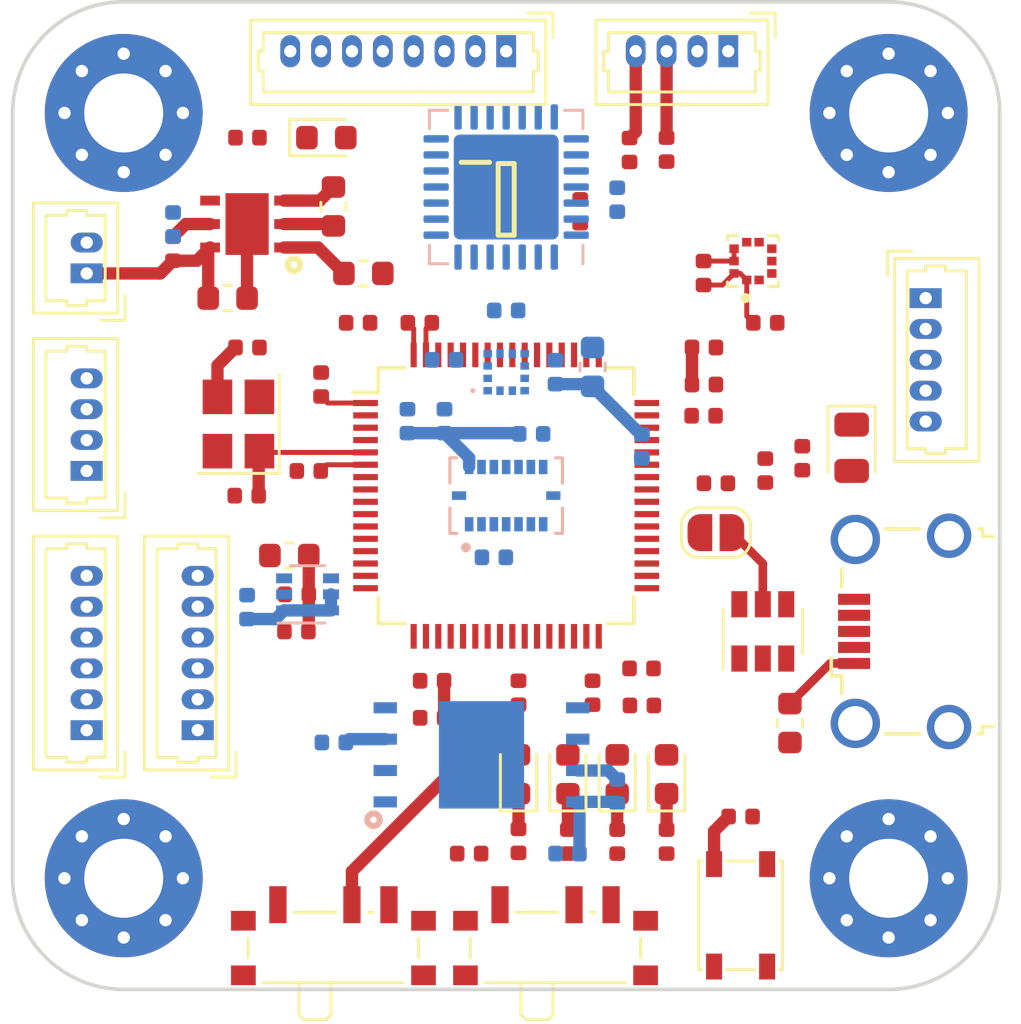
<source format=kicad_pcb>
(kicad_pcb (version 20171130) (host pcbnew "(5.0.0)")
  (layers (0 F.Cu signal) (1 In1.Cu signal) (2 In2.Cu signal) (31 B.Cu signal) (34 B.Paste user) (35 F.Paste user) (36 B.SilkS user) (37 F.SilkS user) (38 B.Mask user) (39 F.Mask user) (44 Edge.Cuts user))
  (net 0 "")
  (net 1 +3V3)
  (net 2 I2C1_SCL)
  (net 3 GND)
  (net 4 I2C1_SDA)
  (net 5 INT_BAR)
  (net 6 VCC)
  (net 7 "Net-(C13-Pad1)")
  (net 8 "Net-(C14-Pad1)")
  (net 9 VDDA)
  (net 10 HSE_IN)
  (net 11 "Net-(C18-Pad1)")
  (net 12 "Net-(C22-Pad1)")
  (net 13 NRST)
  (net 14 "Net-(D1-Pad1)")
  (net 15 LED_A)
  (net 16 "Net-(D2-Pad1)")
  (net 17 LED_B)
  (net 18 LED_C)
  (net 19 "Net-(D3-Pad1)")
  (net 20 "Net-(D4-Pad1)")
  (net 21 LED_D)
  (net 22 "Net-(D5-Pad2)")
  (net 23 "Net-(EEPROM1-Pad5)")
  (net 24 "Net-(FB2-Pad2)")
  (net 25 SPI1_CS)
  (net 26 SPI1_MISO)
  (net 27 "Net-(FLASH1-Pad3)")
  (net 28 SPI1_MOSI)
  (net 29 SPI1_SCK)
  (net 30 "Net-(FLASH1-Pad7)")
  (net 31 I2C3_SCL)
  (net 32 I2C3_SDA)
  (net 33 "Net-(IMU1-Pad5)")
  (net 34 "Net-(IMU1-Pad1)")
  (net 35 INT_ACC)
  (net 36 "Net-(IMU1-Pad13)")
  (net 37 INT_GYR)
  (net 38 UART4_RX_INV)
  (net 39 UART4_RX)
  (net 40 USB_VBUS)
  (net 41 "Net-(MAG1-Pad2)")
  (net 42 INT_MAG)
  (net 43 "Net-(MAG1-Pad11)")
  (net 44 "Net-(MAG1-Pad12)")
  (net 45 "Net-(MCU1-Pad2)")
  (net 46 "Net-(MCU1-Pad3)")
  (net 47 "Net-(MCU1-Pad4)")
  (net 48 HSE_OUT)
  (net 49 UART4_TX)
  (net 50 UART2_TX)
  (net 51 UART2_RX)
  (net 52 "Net-(MCU1-Pad20)")
  (net 53 "Net-(MCU1-Pad25)")
  (net 54 "Net-(MCU1-Pad26)")
  (net 55 "Net-(MCU1-Pad27)")
  (net 56 BOOT1)
  (net 57 TIM2_CH3)
  (net 58 TIM2_CH4)
  (net 59 "Net-(MCU1-Pad37)")
  (net 60 "Net-(MCU1-Pad38)")
  (net 61 "Net-(MCU1-Pad39)")
  (net 62 USB_ID)
  (net 63 USB_DM)
  (net 64 USB_DP)
  (net 65 SWDIO)
  (net 66 SWCLK)
  (net 67 TIM2_CH1)
  (net 68 UART3_TX)
  (net 69 UART3_RX)
  (net 70 "Net-(MCU1-Pad53)")
  (net 71 "Net-(MCU1-Pad54)")
  (net 72 TIM2_CH2)
  (net 73 "Net-(MCU1-Pad56)")
  (net 74 "Net-(MCU1-Pad57)")
  (net 75 UART1_TX)
  (net 76 UART1_RX)
  (net 77 BOOT0)
  (net 78 "Net-(PWM1-Pad3)")
  (net 79 "Net-(PWM1-Pad4)")
  (net 80 "Net-(PWM1-Pad5)")
  (net 81 "Net-(PWM1-Pad6)")
  (net 82 "Net-(PWM1-Pad7)")
  (net 83 "Net-(PWM1-Pad8)")
  (net 84 "Net-(PWM1-Pad9)")
  (net 85 "Net-(PWM1-Pad10)")
  (net 86 "Net-(PWM1-Pad12)")
  (net 87 "Net-(PWM1-Pad13)")
  (net 88 "Net-(PWM1-Pad14)")
  (net 89 "Net-(PWM1-Pad15)")
  (net 90 "Net-(PWM1-Pad16)")
  (net 91 "Net-(PWM1-Pad17)")
  (net 92 "Net-(PWM1-Pad18)")
  (net 93 "Net-(PWM1-Pad19)")
  (net 94 "Net-(PWM1-Pad22)")
  (net 95 "Net-(PWR1-Pad1)")
  (net 96 "Net-(R1-Pad1)")
  (net 97 "Net-(R13-Pad2)")
  (net 98 "Net-(R14-Pad2)")
  (net 99 "Net-(R15-Pad2)")
  (net 100 "Net-(R17-Pad1)")
  (net 101 "Net-(R18-Pad1)")
  (net 102 "Net-(REG1-Pad4)")
  (net 103 "Net-(U1-Pad1)")
  (net 104 "Net-(U1-Pad6)")
  (module MountingHole:MountingHole_3.2mm_M3_Pad_Via (layer F.Cu) (at 55.5 55.5)
    (fp_text reference "" hide)
    (fp_text value MountingHole_3.2mm_M3_Pad_Via)
    (pad 1 thru_hole circle (at 0 0) (size 6.4 6.4) (drill 3.2) (layers *.Cu *.Mask) (net 3 GND))
    (pad 1 thru_hole circle (at 2.4 0) (size 0.8 0.8) (drill 0.5) (layers *.Cu *.Mask))
    (pad 1 thru_hole circle (at 1.697056 1.697056) (size 0.8 0.8) (drill 0.5) (layers *.Cu *.Mask))
    (pad 1 thru_hole circle (at 0 2.4) (size 0.8 0.8) (drill 0.5) (layers *.Cu *.Mask))
    (pad 1 thru_hole circle (at -1.697056 1.697056) (size 0.8 0.8) (drill 0.5) (layers *.Cu *.Mask))
    (pad 1 thru_hole circle (at -2.4 0) (size 0.8 0.8) (drill 0.5) (layers *.Cu *.Mask))
    (pad 1 thru_hole circle (at -1.697056 -1.697056) (size 0.8 0.8) (drill 0.5) (layers *.Cu *.Mask))
    (pad 1 thru_hole circle (at 0 -2.4) (size 0.8 0.8) (drill 0.5) (layers *.Cu *.Mask))
    (pad 1 thru_hole circle (at 1.697056 -1.697056) (size 0.8 0.8) (drill 0.5) (layers *.Cu *.Mask))
  )
  (module MountingHole:MountingHole_3.2mm_M3_Pad_Via (layer F.Cu) (at 24.5 55.5)
    (fp_text reference "" hide)
    (fp_text value MountingHole_3.2mm_M3_Pad_Via)
    (pad 1 thru_hole circle (at 1.697056 -1.697056) (size 0.8 0.8) (drill 0.5) (layers *.Cu *.Mask))
    (pad 1 thru_hole circle (at 0 -2.4) (size 0.8 0.8) (drill 0.5) (layers *.Cu *.Mask))
    (pad 1 thru_hole circle (at -1.697056 -1.697056) (size 0.8 0.8) (drill 0.5) (layers *.Cu *.Mask))
    (pad 1 thru_hole circle (at -2.4 0) (size 0.8 0.8) (drill 0.5) (layers *.Cu *.Mask))
    (pad 1 thru_hole circle (at -1.697056 1.697056) (size 0.8 0.8) (drill 0.5) (layers *.Cu *.Mask))
    (pad 1 thru_hole circle (at 0 2.4) (size 0.8 0.8) (drill 0.5) (layers *.Cu *.Mask))
    (pad 1 thru_hole circle (at 1.697056 1.697056) (size 0.8 0.8) (drill 0.5) (layers *.Cu *.Mask))
    (pad 1 thru_hole circle (at 2.4 0) (size 0.8 0.8) (drill 0.5) (layers *.Cu *.Mask))
    (pad 1 thru_hole circle (at 0 0) (size 6.4 6.4) (drill 3.2) (layers *.Cu *.Mask) (net 3 GND))
  )
  (module MountingHole:MountingHole_3.2mm_M3_Pad_Via (layer F.Cu) (at 24.5 24.5)
    (fp_text reference "" hide)
    (fp_text value MountingHole_3.2mm_M3_Pad_Via)
    (pad 1 thru_hole circle (at 0 0) (size 6.4 6.4) (drill 3.2) (layers *.Cu *.Mask) (net 3 GND))
    (pad 1 thru_hole circle (at 2.4 0) (size 0.8 0.8) (drill 0.5) (layers *.Cu *.Mask))
    (pad 1 thru_hole circle (at 1.697056 1.697056) (size 0.8 0.8) (drill 0.5) (layers *.Cu *.Mask))
    (pad 1 thru_hole circle (at 0 2.4) (size 0.8 0.8) (drill 0.5) (layers *.Cu *.Mask))
    (pad 1 thru_hole circle (at -1.697056 1.697056) (size 0.8 0.8) (drill 0.5) (layers *.Cu *.Mask))
    (pad 1 thru_hole circle (at -2.4 0) (size 0.8 0.8) (drill 0.5) (layers *.Cu *.Mask))
    (pad 1 thru_hole circle (at -1.697056 -1.697056) (size 0.8 0.8) (drill 0.5) (layers *.Cu *.Mask))
    (pad 1 thru_hole circle (at 0 -2.4) (size 0.8 0.8) (drill 0.5) (layers *.Cu *.Mask))
    (pad 1 thru_hole circle (at 1.697056 -1.697056) (size 0.8 0.8) (drill 0.5) (layers *.Cu *.Mask))
  )
  (module Connector_USB:USB_Micro-B_Wuerth_629105150521_CircularHoles (layer F.Cu) (at 56 45.5 90)
    (fp_text reference "" (at 0 -3.5 90) (layer F.SilkS))
    (fp_text value USB_B_Micro)
    (pad "" np_thru_hole circle (at 2.5 -0.8 90) (size 0.8 0.8) (drill 0.8) (layers *.Cu *.Mask))
    (pad "" np_thru_hole circle (at -2.5 -0.8 90) (size 0.8 0.8) (drill 0.8) (layers *.Cu *.Mask))
    (pad 6 thru_hole circle (at 3.875 1.95 90) (size 1.8 1.8) (drill 1.2) (layers *.Cu *.Mask) (net 3 GND))
    (pad 6 thru_hole circle (at -3.875 1.95 90) (size 1.8 1.8) (drill 1.2) (layers *.Cu *.Mask) (net 3 GND))
    (pad 6 thru_hole circle (at 3.725 -1.85 90) (size 2 2) (drill 1.4) (layers *.Cu *.Mask) (net 3 GND))
    (pad 6 thru_hole circle (at -3.725 -1.85 90) (size 2 2) (drill 1.4) (layers *.Cu *.Mask) (net 3 GND))
    (pad 5 smd rect (at 1.3 -1.9 90) (size 0.45 1.3) (layers F.Cu F.Paste F.Mask) (net 3 GND))
    (pad 4 smd rect (at 0.65 -1.9 90) (size 0.45 1.3) (layers F.Cu F.Paste F.Mask) (net 99 "Net-(R15-Pad2)"))
    (pad 3 smd rect (at 0 -1.9 90) (size 0.45 1.3) (layers F.Cu F.Paste F.Mask) (net 104 "Net-(U1-Pad6)"))
    (pad 2 smd rect (at -0.65 -1.9 90) (size 0.45 1.3) (layers F.Cu F.Paste F.Mask) (net 103 "Net-(U1-Pad1)"))
    (pad 1 smd rect (at -1.3 -1.9 90) (size 0.45 1.3) (layers F.Cu F.Paste F.Mask) (net 24 "Net-(FB2-Pad2)"))
  )
  (module BMP388:PQFN50P200X200X80-10N (layer F.Cu) (at 50 30.5 90)
    (fp_text reference "" (at -0.487858 -1.60538 90) (layer F.SilkS) (effects (font (size 0.320434 0.320434) (thickness 0.05))))
    (fp_text value "" (at -0.184282 1.49908 90) (layer F.SilkS) (effects (font (size 0.320487 0.320487) (thickness 0.05))))
    (pad 1 smd rect (at -0.765 -0.25 180) (size 0.38 0.35) (layers F.Cu F.Paste F.Mask) (net 1 +3V3))
    (pad 2 smd rect (at -0.765 0.25 180) (size 0.38 0.35) (layers F.Cu F.Paste F.Mask) (net 2 I2C1_SCL))
    (pad 3 smd rect (at -0.5 0.765 180) (size 0.38 0.35) (layers F.Cu F.Paste F.Mask) (net 3 GND))
    (pad 4 smd rect (at 0 0.765 180) (size 0.38 0.35) (layers F.Cu F.Paste F.Mask) (net 4 I2C1_SDA))
    (pad 5 smd rect (at 0.5 0.765 180) (size 0.38 0.35) (layers F.Cu F.Paste F.Mask) (net 3 GND))
    (pad 6 smd rect (at 0.765 0.25 180) (size 0.38 0.35) (layers F.Cu F.Paste F.Mask) (net 1 +3V3))
    (pad 7 smd rect (at 0.765 -0.25 180) (size 0.38 0.35) (layers F.Cu F.Paste F.Mask) (net 5 INT_BAR))
    (pad 8 smd rect (at 0.5 -0.765 180) (size 0.38 0.35) (layers F.Cu F.Paste F.Mask) (net 3 GND))
    (pad 9 smd rect (at 0 -0.765 180) (size 0.38 0.35) (layers F.Cu F.Paste F.Mask) (net 3 GND))
    (pad 10 smd rect (at -0.5 -0.765 180) (size 0.38 0.35) (layers F.Cu F.Paste F.Mask) (net 1 +3V3))
  )
  (module Capacitor_SMD:C_0603_1608Metric (layer F.Cu) (at 28.7125 32)
    (fp_text reference "" (at 0 -1.43) (layer F.SilkS))
    (fp_text value 10u)
    (pad 1 smd roundrect (at -0.7875 0) (size 0.875 0.95) (layers F.Cu F.Paste F.Mask) (net 6 VCC))
    (pad 2 smd roundrect (at 0.7875 0) (size 0.875 0.95) (layers F.Cu F.Paste F.Mask) (net 3 GND))
  )
  (module Capacitor_SMD:C_0603_1608Metric (layer F.Cu) (at 33 28.2875 90)
    (fp_text reference "" (at 0 -1.43 90) (layer F.SilkS))
    (fp_text value 10u)
    (pad 2 smd roundrect (at 0.7875 0 90) (size 0.875 0.95) (layers F.Cu F.Paste F.Mask) (net 3 GND))
    (pad 1 smd roundrect (at -0.7875 0 90) (size 0.875 0.95) (layers F.Cu F.Paste F.Mask) (net 1 +3V3))
  )
  (module Capacitor_SMD:C_0603_1608Metric (layer F.Cu) (at 34.2125 31)
    (fp_text reference "" (at 0 -1.43) (layer F.SilkS))
    (fp_text value 10u)
    (pad 2 smd roundrect (at 0.7875 0) (size 0.875 0.95) (layers F.Cu F.Paste F.Mask) (net 3 GND))
    (pad 1 smd roundrect (at -0.7875 0) (size 0.875 0.95) (layers F.Cu F.Paste F.Mask) (net 1 +3V3))
  )
  (module Capacitor_SMD:C_0402_1005Metric (layer F.Cu) (at 34 33)
    (fp_text reference "" (at 0 -1.17) (layer F.SilkS))
    (fp_text value 100n)
    (pad 1 smd roundrect (at -0.485 0) (size 0.59 0.64) (layers F.Cu F.Paste F.Mask) (net 1 +3V3))
    (pad 2 smd roundrect (at 0.485 0) (size 0.59 0.64) (layers F.Cu F.Paste F.Mask) (net 3 GND))
  )
  (module Capacitor_SMD:C_0402_1005Metric (layer F.Cu) (at 37 49 180)
    (fp_text reference "" (at 0 -1.17 180) (layer F.SilkS))
    (fp_text value 100n)
    (pad 2 smd roundrect (at 0.485 0 180) (size 0.59 0.64) (layers F.Cu F.Paste F.Mask) (net 3 GND))
    (pad 1 smd roundrect (at -0.485 0 180) (size 0.59 0.64) (layers F.Cu F.Paste F.Mask) (net 1 +3V3))
  )
  (module Capacitor_SMD:C_0402_1005Metric (layer F.Cu) (at 37 47.5 180)
    (fp_text reference "" (at 0 -1.17 180) (layer F.SilkS))
    (fp_text value 100n)
    (pad 1 smd roundrect (at -0.485 0 180) (size 0.59 0.64) (layers F.Cu F.Paste F.Mask) (net 1 +3V3))
    (pad 2 smd roundrect (at 0.485 0 180) (size 0.59 0.64) (layers F.Cu F.Paste F.Mask) (net 3 GND))
  )
  (module Capacitor_SMD:C_0402_1005Metric (layer F.Cu) (at 45.5 48.5)
    (fp_text reference "" (at 0 -1.17) (layer F.SilkS))
    (fp_text value 100n)
    (pad 2 smd roundrect (at 0.485 0) (size 0.59 0.64) (layers F.Cu F.Paste F.Mask) (net 3 GND))
    (pad 1 smd roundrect (at -0.485 0) (size 0.59 0.64) (layers F.Cu F.Paste F.Mask) (net 1 +3V3))
  )
  (module Capacitor_SMD:C_0402_1005Metric (layer F.Cu) (at 45.485 47)
    (fp_text reference "" (at 0 -1.17) (layer F.SilkS))
    (fp_text value 100n)
    (pad 1 smd roundrect (at -0.485 0) (size 0.59 0.64) (layers F.Cu F.Paste F.Mask) (net 1 +3V3))
    (pad 2 smd roundrect (at 0.485 0) (size 0.59 0.64) (layers F.Cu F.Paste F.Mask) (net 3 GND))
  )
  (module Capacitor_SMD:C_0402_1005Metric (layer F.Cu) (at 48.015 35.5)
    (fp_text reference "" (at 0 -1.17) (layer F.SilkS))
    (fp_text value 100n)
    (pad 2 smd roundrect (at 0.485 0) (size 0.59 0.64) (layers F.Cu F.Paste F.Mask) (net 3 GND))
    (pad 1 smd roundrect (at -0.485 0) (size 0.59 0.64) (layers F.Cu F.Paste F.Mask) (net 1 +3V3))
  )
  (module Capacitor_SMD:C_0402_1005Metric (layer F.Cu) (at 48.015 34)
    (fp_text reference "" (at 0 -1.17) (layer F.SilkS))
    (fp_text value 100n)
    (pad 1 smd roundrect (at -0.485 0) (size 0.59 0.64) (layers F.Cu F.Paste F.Mask) (net 1 +3V3))
    (pad 2 smd roundrect (at 0.485 0) (size 0.59 0.64) (layers F.Cu F.Paste F.Mask) (net 3 GND))
  )
  (module Capacitor_SMD:C_0402_1005Metric (layer F.Cu) (at 32.5 35.5 90)
    (fp_text reference "" (at 0 -1.17 90) (layer F.SilkS))
    (fp_text value 100n)
    (pad 2 smd roundrect (at 0.485 0 90) (size 0.59 0.64) (layers F.Cu F.Paste F.Mask) (net 3 GND))
    (pad 1 smd roundrect (at -0.485 0 90) (size 0.59 0.64) (layers F.Cu F.Paste F.Mask) (net 1 +3V3))
  )
  (module Capacitor_SMD:C_0402_1005Metric (layer F.Cu) (at 36.5 33)
    (fp_text reference "" (at 0 -1.17) (layer F.SilkS))
    (fp_text value 100n)
    (pad 2 smd roundrect (at 0.485 0) (size 0.59 0.64) (layers F.Cu F.Paste F.Mask) (net 3 GND))
    (pad 1 smd roundrect (at -0.485 0) (size 0.59 0.64) (layers F.Cu F.Paste F.Mask) (net 1 +3V3))
  )
  (module Capacitor_SMD:C_0402_1005Metric (layer F.Cu) (at 43.5 47.985 270)
    (fp_text reference "" (at 0 -1.17 270) (layer F.SilkS))
    (fp_text value 2u2)
    (pad 1 smd roundrect (at -0.485 0 270) (size 0.59 0.64) (layers F.Cu F.Paste F.Mask) (net 7 "Net-(C13-Pad1)"))
    (pad 2 smd roundrect (at 0.485 0 270) (size 0.59 0.64) (layers F.Cu F.Paste F.Mask) (net 3 GND))
  )
  (module Capacitor_SMD:C_0402_1005Metric (layer F.Cu) (at 48 36.765001)
    (fp_text reference "" (at 0 -1.17) (layer F.SilkS))
    (fp_text value 2u2)
    (pad 2 smd roundrect (at 0.485 0) (size 0.59 0.64) (layers F.Cu F.Paste F.Mask) (net 3 GND))
    (pad 1 smd roundrect (at -0.485 0) (size 0.59 0.64) (layers F.Cu F.Paste F.Mask) (net 8 "Net-(C14-Pad1)"))
  )
  (module Capacitor_SMD:C_0402_1005Metric (layer F.Cu) (at 31.515 44 180)
    (fp_text reference "" (at 0 -1.17 180) (layer F.SilkS))
    (fp_text value 1u)
    (pad 2 smd roundrect (at 0.485 0 180) (size 0.59 0.64) (layers F.Cu F.Paste F.Mask) (net 3 GND))
    (pad 1 smd roundrect (at -0.485 0 180) (size 0.59 0.64) (layers F.Cu F.Paste F.Mask) (net 9 VDDA))
  )
  (module Capacitor_SMD:C_0402_1005Metric (layer F.Cu) (at 31.5 45.5 180)
    (fp_text reference "" (at 0 -1.17 180) (layer F.SilkS))
    (fp_text value 100n)
    (pad 1 smd roundrect (at -0.485 0 180) (size 0.59 0.64) (layers F.Cu F.Paste F.Mask) (net 9 VDDA))
    (pad 2 smd roundrect (at 0.485 0 180) (size 0.59 0.64) (layers F.Cu F.Paste F.Mask) (net 3 GND))
  )
  (module Capacitor_SMD:C_0402_1005Metric (layer F.Cu) (at 29.485 40 180)
    (fp_text reference "" (at 0 -1.17 180) (layer F.SilkS))
    (fp_text value 10p)
    (pad 1 smd roundrect (at -0.485 0 180) (size 0.59 0.64) (layers F.Cu F.Paste F.Mask) (net 10 HSE_IN))
    (pad 2 smd roundrect (at 0.485 0 180) (size 0.59 0.64) (layers F.Cu F.Paste F.Mask) (net 3 GND))
  )
  (module Capacitor_SMD:C_0402_1005Metric (layer F.Cu) (at 29.515 34)
    (fp_text reference "" (at 0 -1.17) (layer F.SilkS))
    (fp_text value 10p)
    (pad 2 smd roundrect (at 0.485 0) (size 0.59 0.64) (layers F.Cu F.Paste F.Mask) (net 3 GND))
    (pad 1 smd roundrect (at -0.485 0) (size 0.59 0.64) (layers F.Cu F.Paste F.Mask) (net 11 "Net-(C18-Pad1)"))
  )
  (module Capacitor_SMD:C_0402_1005Metric (layer F.Cu) (at 43 28.485 90)
    (fp_text reference "" (at 0 -1.17 90) (layer F.SilkS))
    (fp_text value 100n)
    (pad 2 smd roundrect (at 0.485 0 90) (size 0.59 0.64) (layers F.Cu F.Paste F.Mask) (net 3 GND))
    (pad 1 smd roundrect (at -0.485 0 90) (size 0.59 0.64) (layers F.Cu F.Paste F.Mask) (net 1 +3V3))
  )
  (module Capacitor_SMD:C_0402_1005Metric (layer B.Cu) (at 41.015 37.5)
    (fp_text reference "" (at 0 1.17) (layer B.SilkS) (effects (justify mirror)))
    (fp_text value 100n)
    (pad 2 smd roundrect (at 0.485 0) (size 0.59 0.64) (layers B.Cu B.Paste B.Mask) (net 3 GND))
    (pad 1 smd roundrect (at -0.485 0) (size 0.59 0.64) (layers B.Cu B.Paste B.Mask) (net 1 +3V3))
  )
  (module Capacitor_SMD:C_0402_1005Metric (layer B.Cu) (at 39.5 42.5)
    (fp_text reference "" (at 0 1.17) (layer B.SilkS) (effects (justify mirror)))
    (fp_text value 100n)
    (pad 1 smd roundrect (at -0.485 0) (size 0.59 0.64) (layers B.Cu B.Paste B.Mask) (net 1 +3V3))
    (pad 2 smd roundrect (at 0.485 0) (size 0.59 0.64) (layers B.Cu B.Paste B.Mask) (net 3 GND))
  )
  (module Capacitor_SMD:C_0402_1005Metric (layer B.Cu) (at 40 32.5)
    (fp_text reference "" (at 0 1.17) (layer B.SilkS) (effects (justify mirror)))
    (fp_text value 220n)
    (pad 2 smd roundrect (at 0.485 0) (size 0.59 0.64) (layers B.Cu B.Paste B.Mask) (net 3 GND))
    (pad 1 smd roundrect (at -0.485 0) (size 0.59 0.64) (layers B.Cu B.Paste B.Mask) (net 12 "Net-(C22-Pad1)"))
  )
  (module Capacitor_SMD:C_0402_1005Metric (layer B.Cu) (at 37.485 34.5 180)
    (fp_text reference "" (at 0 1.17 180) (layer B.SilkS) (effects (justify mirror)))
    (fp_text value 100n)
    (pad 1 smd roundrect (at -0.485 0 180) (size 0.59 0.64) (layers B.Cu B.Paste B.Mask) (net 1 +3V3))
    (pad 2 smd roundrect (at 0.485 0 180) (size 0.59 0.64) (layers B.Cu B.Paste B.Mask) (net 3 GND))
  )
  (module Capacitor_SMD:C_0402_1005Metric (layer B.Cu) (at 42 35 90)
    (fp_text reference "" (at 0.064999 1.465001 90) (layer B.SilkS) (effects (justify mirror)))
    (fp_text value 100n)
    (pad 1 smd roundrect (at -0.485 0 90) (size 0.59 0.64) (layers B.Cu B.Paste B.Mask) (net 1 +3V3))
    (pad 2 smd roundrect (at 0.485 0 90) (size 0.59 0.64) (layers B.Cu B.Paste B.Mask) (net 3 GND))
  )
  (module Capacitor_SMD:C_0603_1608Metric (layer B.Cu) (at 43.5 34.7875 90)
    (fp_text reference "" (at 0 1.43 90) (layer B.SilkS) (effects (justify mirror)))
    (fp_text value 10u)
    (pad 1 smd roundrect (at -0.7875 0 90) (size 0.875 0.95) (layers B.Cu B.Paste B.Mask) (net 1 +3V3))
    (pad 2 smd roundrect (at 0.7875 0 90) (size 0.875 0.95) (layers B.Cu B.Paste B.Mask) (net 3 GND))
  )
  (module Capacitor_SMD:C_0402_1005Metric (layer F.Cu) (at 50.5 33)
    (fp_text reference "" (at 0 -1.17) (layer F.SilkS))
    (fp_text value 100n)
    (pad 1 smd roundrect (at -0.485 0) (size 0.59 0.64) (layers F.Cu F.Paste F.Mask) (net 1 +3V3))
    (pad 2 smd roundrect (at 0.485 0) (size 0.59 0.64) (layers F.Cu F.Paste F.Mask) (net 3 GND))
  )
  (module Capacitor_SMD:C_0402_1005Metric (layer F.Cu) (at 48 30.985 90)
    (fp_text reference "" (at 0 -1.17 90) (layer F.SilkS))
    (fp_text value 100n)
    (pad 1 smd roundrect (at -0.485 0 90) (size 0.59 0.64) (layers F.Cu F.Paste F.Mask) (net 1 +3V3))
    (pad 2 smd roundrect (at 0.485 0 90) (size 0.59 0.64) (layers F.Cu F.Paste F.Mask) (net 3 GND))
  )
  (module Capacitor_SMD:C_0402_1005Metric (layer B.Cu) (at 44.5 28.015 270)
    (fp_text reference "" (at 0 1.17 270) (layer B.SilkS) (effects (justify mirror)))
    (fp_text value 100n)
    (pad 1 smd roundrect (at -0.485 0 270) (size 0.59 0.64) (layers B.Cu B.Paste B.Mask) (net 1 +3V3))
    (pad 2 smd roundrect (at 0.485 0 270) (size 0.59 0.64) (layers B.Cu B.Paste B.Mask) (net 3 GND))
  )
  (module Capacitor_SMD:C_0402_1005Metric (layer F.Cu) (at 49.5 53)
    (fp_text reference "" (at 0 -1.17) (layer F.SilkS))
    (fp_text value 100n)
    (pad 1 smd roundrect (at -0.485 0) (size 0.59 0.64) (layers F.Cu F.Paste F.Mask) (net 13 NRST))
    (pad 2 smd roundrect (at 0.485 0) (size 0.59 0.64) (layers F.Cu F.Paste F.Mask) (net 3 GND))
  )
  (module Capacitor_SMD:C_0402_1005Metric (layer B.Cu) (at 42.485 54.5 180)
    (fp_text reference "" (at 0 1.17 180) (layer B.SilkS) (effects (justify mirror)))
    (fp_text value 100n)
    (pad 2 smd roundrect (at 0.485 0 180) (size 0.59 0.64) (layers B.Cu B.Paste B.Mask) (net 3 GND))
    (pad 1 smd roundrect (at -0.485 0 180) (size 0.59 0.64) (layers B.Cu B.Paste B.Mask) (net 1 +3V3))
  )
  (module Capacitor_SMD:C_0402_1005Metric (layer B.Cu) (at 29.5 44.515 90)
    (fp_text reference "" (at 0 1.17 90) (layer B.SilkS) (effects (justify mirror)))
    (fp_text value 100n)
    (pad 2 smd roundrect (at 0.485 0 90) (size 0.59 0.64) (layers B.Cu B.Paste B.Mask) (net 3 GND))
    (pad 1 smd roundrect (at -0.485 0 90) (size 0.59 0.64) (layers B.Cu B.Paste B.Mask) (net 1 +3V3))
  )
  (module LED_SMD:LED_0603_1608Metric (layer F.Cu) (at 40.5 51.2875 90)
    (fp_text reference "" (at 0 -1.43 90) (layer F.SilkS))
    (fp_text value GR)
    (pad 1 smd roundrect (at -0.7875 0 90) (size 0.875 0.95) (layers F.Cu F.Paste F.Mask) (net 14 "Net-(D1-Pad1)"))
    (pad 2 smd roundrect (at 0.7875 0 90) (size 0.875 0.95) (layers F.Cu F.Paste F.Mask) (net 15 LED_A))
  )
  (module LED_SMD:LED_0603_1608Metric (layer F.Cu) (at 42.5 51.2875 90)
    (fp_text reference "" (at 0 -1.43 90) (layer F.SilkS))
    (fp_text value RE)
    (pad 1 smd roundrect (at -0.7875 0 90) (size 0.875 0.95) (layers F.Cu F.Paste F.Mask) (net 16 "Net-(D2-Pad1)"))
    (pad 2 smd roundrect (at 0.7875 0 90) (size 0.875 0.95) (layers F.Cu F.Paste F.Mask) (net 17 LED_B))
  )
  (module LED_SMD:LED_0603_1608Metric (layer F.Cu) (at 44.5 51.2875 90)
    (fp_text reference "" (at 0 -1.43 90) (layer F.SilkS))
    (fp_text value YE)
    (pad 2 smd roundrect (at 0.7875 0 90) (size 0.875 0.95) (layers F.Cu F.Paste F.Mask) (net 18 LED_C))
    (pad 1 smd roundrect (at -0.7875 0 90) (size 0.875 0.95) (layers F.Cu F.Paste F.Mask) (net 19 "Net-(D3-Pad1)"))
  )
  (module LED_SMD:LED_0603_1608Metric (layer F.Cu) (at 46.5 51.2875 90)
    (fp_text reference "" (at 0 -1.43 90) (layer F.SilkS))
    (fp_text value BL)
    (pad 1 smd roundrect (at -0.7875 0 90) (size 0.875 0.95) (layers F.Cu F.Paste F.Mask) (net 20 "Net-(D4-Pad1)"))
    (pad 2 smd roundrect (at 0.7875 0 90) (size 0.875 0.95) (layers F.Cu F.Paste F.Mask) (net 21 LED_D))
  )
  (module Diode_SMD:D_0805_2012Metric (layer F.Cu) (at 54 38.0625 270)
    (fp_text reference "" (at 0 -1.65 270) (layer F.SilkS))
    (fp_text value D_Schottky)
    (pad 1 smd roundrect (at -0.9375 0 270) (size 0.975 1.4) (layers F.Cu F.Paste F.Mask) (net 6 VCC))
    (pad 2 smd roundrect (at 0.9375 0 270) (size 0.975 1.4) (layers F.Cu F.Paste F.Mask) (net 22 "Net-(D5-Pad2)"))
  )
  (module 24CW1280T-I_OT:SOT95P280X145-5N (layer F.Cu) (at 40 28)
    (fp_text reference "" (at 0 0) (layer F.SilkS))
    (fp_text value "" hide)
    (pad 1 smd rect (at -1.25 -0.95 90) (size 0.6 1.15) (layers F.Cu F.Paste F.Mask) (net 2 I2C1_SCL))
    (pad 2 smd rect (at -1.25 0 90) (size 0.6 1.15) (layers F.Cu F.Paste F.Mask) (net 3 GND))
    (pad 3 smd rect (at -1.25 0.95 90) (size 0.6 1.15) (layers F.Cu F.Paste F.Mask) (net 4 I2C1_SDA))
    (pad 4 smd rect (at 1.25 0.95 90) (size 0.6 1.15) (layers F.Cu F.Paste F.Mask) (net 1 +3V3))
    (pad 5 smd rect (at 1.25 -0.95 90) (size 0.6 1.15) (layers F.Cu F.Paste F.Mask) (net 23 "Net-(EEPROM1-Pad5)"))
  )
  (module Inductor_SMD:L_0603_1608Metric (layer F.Cu) (at 31.2125 42.425 180)
    (fp_text reference "" (at 0 -1.43 180) (layer F.SilkS))
    (fp_text value FB_Small)
    (pad 1 smd roundrect (at -0.7875 0 180) (size 0.875 0.95) (layers F.Cu F.Paste F.Mask) (net 9 VDDA))
    (pad 2 smd roundrect (at 0.7875 0 180) (size 0.875 0.95) (layers F.Cu F.Paste F.Mask) (net 1 +3V3))
  )
  (module Inductor_SMD:L_0603_1608Metric (layer F.Cu) (at 51.5 49.2125 90)
    (fp_text reference "" (at 0 -1.43 90) (layer F.SilkS))
    (fp_text value FB_Small)
    (pad 2 smd roundrect (at 0.7875 0 90) (size 0.875 0.95) (layers F.Cu F.Paste F.Mask) (net 24 "Net-(FB2-Pad2)"))
    (pad 1 smd roundrect (at -0.7875 0 90) (size 0.875 0.95) (layers F.Cu F.Paste F.Mask) (net 22 "Net-(D5-Pad2)"))
  )
  (module W25N01GVZEIG_TR:SON127P800X600X80-9N-D (layer B.Cu) (at 39 50.5)
    (fp_text reference "" (at 0 0) (layer B.SilkS) (effects (justify mirror)))
    (fp_text value "" hide)
    (pad 1 smd rect (at -3.9 1.905 270) (size 0.45 0.95) (layers B.Cu B.Paste B.Mask) (net 25 SPI1_CS))
    (pad 2 smd rect (at -3.9 0.635 270) (size 0.45 0.95) (layers B.Cu B.Paste B.Mask) (net 26 SPI1_MISO))
    (pad 3 smd rect (at -3.9 -0.635 270) (size 0.45 0.95) (layers B.Cu B.Paste B.Mask) (net 27 "Net-(FLASH1-Pad3)"))
    (pad 4 smd rect (at -3.9 -1.905 270) (size 0.45 0.95) (layers B.Cu B.Paste B.Mask) (net 3 GND))
    (pad 5 smd rect (at 3.9 -1.905 270) (size 0.45 0.95) (layers B.Cu B.Paste B.Mask) (net 28 SPI1_MOSI))
    (pad 6 smd rect (at 3.9 -0.635 270) (size 0.45 0.95) (layers B.Cu B.Paste B.Mask) (net 29 SPI1_SCK))
    (pad 7 smd rect (at 3.9 0.635 270) (size 0.45 0.95) (layers B.Cu B.Paste B.Mask) (net 30 "Net-(FLASH1-Pad7)"))
    (pad 8 smd rect (at 3.9 1.905 270) (size 0.45 0.95) (layers B.Cu B.Paste B.Mask) (net 1 +3V3))
    (pad 9 smd rect (at 0 0) (size 3.45 4.35) (layers B.Cu B.Paste B.Mask) (net 3 GND))
  )
  (module Crystal:Crystal_SMD_Abracon_ABM8G-4Pin_3.2x2.5mm (layer F.Cu) (at 29.15 37.1 90)
    (fp_text reference "" (at 0 -2.45 90) (layer F.SilkS))
    (fp_text value 25MHz hide)
    (pad 1 smd rect (at -1.1 0.85 90) (size 1.4 1.2) (layers F.Cu F.Paste F.Mask) (net 10 HSE_IN))
    (pad 2 smd rect (at 1.1 0.85 90) (size 1.4 1.2) (layers F.Cu F.Paste F.Mask) (net 3 GND))
    (pad 3 smd rect (at 1.1 -0.85 90) (size 1.4 1.2) (layers F.Cu F.Paste F.Mask) (net 11 "Net-(C18-Pad1)"))
    (pad 4 smd rect (at -1.1 -0.85 90) (size 1.4 1.2) (layers F.Cu F.Paste F.Mask) (net 3 GND))
  )
  (module Connector_Molex:Molex_PicoBlade_53047-0810_1x04_P1.25mm_Vertical (layer F.Cu) (at 49 22 180)
    (fp_text reference "" (at 1.88 -3.25 180) (layer F.SilkS))
    (fp_text value Conn_01x04)
    (pad 1 thru_hole rect (at 0 0 180) (size 0.8 1.3) (drill 0.5) (layers *.Cu *.Mask) (net 1 +3V3))
    (pad 2 thru_hole oval (at 1.25 0 180) (size 0.8 1.3) (drill 0.5) (layers *.Cu *.Mask) (net 3 GND))
    (pad 3 thru_hole oval (at 2.5 0 180) (size 0.8 1.3) (drill 0.5) (layers *.Cu *.Mask) (net 31 I2C3_SCL))
    (pad 4 thru_hole oval (at 3.75 0 180) (size 0.8 1.3) (drill 0.5) (layers *.Cu *.Mask) (net 32 I2C3_SDA))
  )
  (module BMI088:PQFN50P450X300X100-16N (layer B.Cu) (at 40 40)
    (fp_text reference "" (at -0.457 3.502) (layer B.SilkS) (effects (font (thickness 0.05)) (justify mirror)))
    (fp_text value "" (at 0.178 -3.265) (layer B.SilkS) (effects (font (thickness 0.05)) (justify mirror)))
    (pad 7 smd rect (at 1.5 1.16 90) (size 0.58 0.35) (layers B.Cu B.Paste B.Mask) (net 1 +3V3))
    (pad 6 smd rect (at 1 1.16 90) (size 0.58 0.35) (layers B.Cu B.Paste B.Mask) (net 3 GND))
    (pad 5 smd rect (at 0.5 1.16 90) (size 0.58 0.35) (layers B.Cu B.Paste B.Mask) (net 33 "Net-(IMU1-Pad5)"))
    (pad 4 smd rect (at 0 1.16 90) (size 0.58 0.35) (layers B.Cu B.Paste B.Mask) (net 3 GND))
    (pad 3 smd rect (at -0.5 1.16 90) (size 0.58 0.35) (layers B.Cu B.Paste B.Mask) (net 1 +3V3))
    (pad 2 smd rect (at -1 1.16 90) (size 0.58 0.35) (layers B.Cu B.Paste B.Mask))
    (pad 1 smd rect (at -1.5 1.16 90) (size 0.58 0.35) (layers B.Cu B.Paste B.Mask) (net 34 "Net-(IMU1-Pad1)"))
    (pad 16 smd rect (at -1.91 0) (size 0.58 0.35) (layers B.Cu B.Paste B.Mask) (net 35 INT_ACC))
    (pad 15 smd rect (at -1.5 -1.16 270) (size 0.58 0.35) (layers B.Cu B.Paste B.Mask) (net 1 +3V3))
    (pad 14 smd rect (at -1 -1.16 270) (size 0.58 0.35) (layers B.Cu B.Paste B.Mask) (net 1 +3V3))
    (pad 13 smd rect (at -0.5 -1.16 270) (size 0.58 0.35) (layers B.Cu B.Paste B.Mask) (net 36 "Net-(IMU1-Pad13)"))
    (pad 12 smd rect (at 0 -1.16 270) (size 0.58 0.35) (layers B.Cu B.Paste B.Mask) (net 37 INT_GYR))
    (pad 11 smd rect (at 0.5 -1.16 270) (size 0.58 0.35) (layers B.Cu B.Paste B.Mask) (net 1 +3V3))
    (pad 10 smd rect (at 1 -1.16 270) (size 0.58 0.35) (layers B.Cu B.Paste B.Mask) (net 1 +3V3))
    (pad 9 smd rect (at 1.5 -1.16 270) (size 0.58 0.35) (layers B.Cu B.Paste B.Mask) (net 4 I2C1_SDA))
    (pad 8 smd rect (at 1.91 0 180) (size 0.58 0.35) (layers B.Cu B.Paste B.Mask) (net 2 I2C1_SCL))
  )
  (module Package_TO_SOT_SMD:SOT-363_SC-70-6 (layer B.Cu) (at 31.95 44)
    (fp_text reference "" (at 0 2) (layer B.SilkS) (effects (justify mirror)))
    (fp_text value SN74LVC1T45DCK)
    (pad 1 smd rect (at -0.95 0.65) (size 0.65 0.4) (layers B.Cu B.Paste B.Mask) (net 1 +3V3))
    (pad 3 smd rect (at -0.95 -0.65) (size 0.65 0.4) (layers B.Cu B.Paste B.Mask) (net 38 UART4_RX_INV))
    (pad 5 smd rect (at 0.95 0) (size 0.65 0.4) (layers B.Cu B.Paste B.Mask) (net 1 +3V3))
    (pad 2 smd rect (at -0.95 0) (size 0.65 0.4) (layers B.Cu B.Paste B.Mask) (net 3 GND))
    (pad 4 smd rect (at 0.95 -0.65) (size 0.65 0.4) (layers B.Cu B.Paste B.Mask) (net 39 UART4_RX))
    (pad 6 smd rect (at 0.95 0.65) (size 0.65 0.4) (layers B.Cu B.Paste B.Mask) (net 1 +3V3))
  )
  (module Jumper:SolderJumper-2_P1.3mm_Open_RoundedPad1.0x1.5mm (layer F.Cu) (at 48.5 41.5 180)
    (fp_text reference "" (at 0 -1.8 180) (layer F.SilkS))
    (fp_text value Jumper_NC_Small)
    (pad 1 smd custom (at -0.65 0 180) (size 1 0.5) (layers F.Cu F.Mask) (net 22 "Net-(D5-Pad2)") (options (clearance outline) (anchor rect)) (primitives (gr_circle (center 0 0.25) (end 0.5 0.25) (width 0)) (gr_circle (center 0 -0.25) (end 0.5 -0.25) (width 0)) (gr_poly (pts (xy 0 -0.75) (xy 0.5 -0.75) (xy 0.5 0.75) (xy 0 0.75)) (width 0))))
    (pad 2 smd custom (at 0.65 0 180) (size 1 0.5) (layers F.Cu F.Mask) (net 40 USB_VBUS) (options (clearance outline) (anchor rect)) (primitives (gr_circle (center 0 0.25) (end 0.5 0.25) (width 0)) (gr_circle (center 0 -0.25) (end 0.5 -0.25) (width 0)) (gr_poly (pts (xy 0 -0.75) (xy -0.5 -0.75) (xy -0.5 0.75) (xy 0 0.75)) (width 0))))
  )
  (module IIS2MDCTR:IIS2MDCTR (layer B.Cu) (at 40 35)
    (fp_text reference "" (at 0 0) (layer B.SilkS) (effects (font (size 1.27 1.27) (thickness 0.254)) (justify mirror)))
    (fp_text value "" hide)
    (pad 1 smd rect (at -0.75 0.75 270) (size 0.3 0.35) (layers B.Cu B.Paste B.Mask) (net 2 I2C1_SCL))
    (pad 2 smd rect (at -0.75 0.25 270) (size 0.3 0.35) (layers B.Cu B.Paste B.Mask) (net 41 "Net-(MAG1-Pad2)"))
    (pad 3 smd rect (at -0.75 -0.25 270) (size 0.3 0.35) (layers B.Cu B.Paste B.Mask) (net 1 +3V3))
    (pad 4 smd rect (at -0.75 -0.75 270) (size 0.3 0.35) (layers B.Cu B.Paste B.Mask) (net 4 I2C1_SDA))
    (pad 5 smd rect (at -0.25 -0.75) (size 0.3 0.35) (layers B.Cu B.Paste B.Mask) (net 12 "Net-(C22-Pad1)"))
    (pad 6 smd rect (at 0.25 -0.75) (size 0.3 0.35) (layers B.Cu B.Paste B.Mask) (net 3 GND))
    (pad 7 smd rect (at 0.75 -0.75 270) (size 0.3 0.35) (layers B.Cu B.Paste B.Mask) (net 42 INT_MAG))
    (pad 8 smd rect (at 0.75 -0.25 270) (size 0.3 0.35) (layers B.Cu B.Paste B.Mask) (net 3 GND))
    (pad 9 smd rect (at 0.75 0.25 270) (size 0.3 0.35) (layers B.Cu B.Paste B.Mask) (net 1 +3V3))
    (pad 10 smd rect (at 0.75 0.75 270) (size 0.3 0.35) (layers B.Cu B.Paste B.Mask) (net 1 +3V3))
    (pad 11 smd rect (at 0.25 0.75) (size 0.3 0.35) (layers B.Cu B.Paste B.Mask) (net 43 "Net-(MAG1-Pad11)"))
    (pad 12 smd rect (at -0.25 0.75) (size 0.3 0.35) (layers B.Cu B.Paste B.Mask) (net 44 "Net-(MAG1-Pad12)"))
  )
  (module Package_QFP:LQFP-64_10x10mm_P0.5mm (layer F.Cu) (at 40 40)
    (fp_text reference "" (at 0 -7.2) (layer F.SilkS))
    (fp_text value STM32F405RGT6 hide)
    (pad 1 smd rect (at -5.7 -3.75) (size 1 0.25) (layers F.Cu F.Paste F.Mask) (net 1 +3V3))
    (pad 2 smd rect (at -5.7 -3.25) (size 1 0.25) (layers F.Cu F.Paste F.Mask) (net 45 "Net-(MCU1-Pad2)"))
    (pad 3 smd rect (at -5.7 -2.75) (size 1 0.25) (layers F.Cu F.Paste F.Mask) (net 46 "Net-(MCU1-Pad3)"))
    (pad 4 smd rect (at -5.7 -2.25) (size 1 0.25) (layers F.Cu F.Paste F.Mask) (net 47 "Net-(MCU1-Pad4)"))
    (pad 5 smd rect (at -5.7 -1.75) (size 1 0.25) (layers F.Cu F.Paste F.Mask) (net 10 HSE_IN))
    (pad 6 smd rect (at -5.7 -1.25) (size 1 0.25) (layers F.Cu F.Paste F.Mask) (net 48 HSE_OUT))
    (pad 7 smd rect (at -5.7 -0.75) (size 1 0.25) (layers F.Cu F.Paste F.Mask) (net 13 NRST))
    (pad 8 smd rect (at -5.7 -0.25) (size 1 0.25) (layers F.Cu F.Paste F.Mask) (net 35 INT_ACC))
    (pad 9 smd rect (at -5.7 0.25) (size 1 0.25) (layers F.Cu F.Paste F.Mask) (net 37 INT_GYR))
    (pad 10 smd rect (at -5.7 0.75) (size 1 0.25) (layers F.Cu F.Paste F.Mask) (net 42 INT_MAG))
    (pad 11 smd rect (at -5.7 1.25) (size 1 0.25) (layers F.Cu F.Paste F.Mask) (net 5 INT_BAR))
    (pad 12 smd rect (at -5.7 1.75) (size 1 0.25) (layers F.Cu F.Paste F.Mask) (net 3 GND))
    (pad 13 smd rect (at -5.7 2.25) (size 1 0.25) (layers F.Cu F.Paste F.Mask) (net 9 VDDA))
    (pad 14 smd rect (at -5.7 2.75) (size 1 0.25) (layers F.Cu F.Paste F.Mask) (net 49 UART4_TX))
    (pad 15 smd rect (at -5.7 3.25) (size 1 0.25) (layers F.Cu F.Paste F.Mask) (net 39 UART4_RX))
    (pad 16 smd rect (at -5.7 3.75) (size 1 0.25) (layers F.Cu F.Paste F.Mask) (net 50 UART2_TX))
    (pad 17 smd rect (at -3.75 5.7 90) (size 1 0.25) (layers F.Cu F.Paste F.Mask) (net 51 UART2_RX))
    (pad 18 smd rect (at -3.25 5.7 90) (size 1 0.25) (layers F.Cu F.Paste F.Mask) (net 3 GND))
    (pad 19 smd rect (at -2.75 5.7 90) (size 1 0.25) (layers F.Cu F.Paste F.Mask) (net 1 +3V3))
    (pad 20 smd rect (at -2.25 5.7 90) (size 1 0.25) (layers F.Cu F.Paste F.Mask) (net 52 "Net-(MCU1-Pad20)"))
    (pad 21 smd rect (at -1.75 5.7 90) (size 1 0.25) (layers F.Cu F.Paste F.Mask) (net 29 SPI1_SCK))
    (pad 22 smd rect (at -1.25 5.7 90) (size 1 0.25) (layers F.Cu F.Paste F.Mask) (net 26 SPI1_MISO))
    (pad 23 smd rect (at -0.75 5.7 90) (size 1 0.25) (layers F.Cu F.Paste F.Mask) (net 28 SPI1_MOSI))
    (pad 24 smd rect (at -0.25 5.7 90) (size 1 0.25) (layers F.Cu F.Paste F.Mask) (net 25 SPI1_CS))
    (pad 25 smd rect (at 0.25 5.7 90) (size 1 0.25) (layers F.Cu F.Paste F.Mask) (net 53 "Net-(MCU1-Pad25)"))
    (pad 26 smd rect (at 0.75 5.7 90) (size 1 0.25) (layers F.Cu F.Paste F.Mask) (net 54 "Net-(MCU1-Pad26)"))
    (pad 27 smd rect (at 1.25 5.7 90) (size 1 0.25) (layers F.Cu F.Paste F.Mask) (net 55 "Net-(MCU1-Pad27)"))
    (pad 28 smd rect (at 1.75 5.7 90) (size 1 0.25) (layers F.Cu F.Paste F.Mask) (net 56 BOOT1))
    (pad 29 smd rect (at 2.25 5.7 90) (size 1 0.25) (layers F.Cu F.Paste F.Mask) (net 57 TIM2_CH3))
    (pad 30 smd rect (at 2.75 5.7 90) (size 1 0.25) (layers F.Cu F.Paste F.Mask) (net 58 TIM2_CH4))
    (pad 31 smd rect (at 3.25 5.7 90) (size 1 0.25) (layers F.Cu F.Paste F.Mask) (net 7 "Net-(C13-Pad1)"))
    (pad 32 smd rect (at 3.75 5.7 90) (size 1 0.25) (layers F.Cu F.Paste F.Mask) (net 1 +3V3))
    (pad 33 smd rect (at 5.7 3.75) (size 1 0.25) (layers F.Cu F.Paste F.Mask) (net 15 LED_A))
    (pad 34 smd rect (at 5.7 3.25) (size 1 0.25) (layers F.Cu F.Paste F.Mask) (net 17 LED_B))
    (pad 35 smd rect (at 5.7 2.75) (size 1 0.25) (layers F.Cu F.Paste F.Mask) (net 18 LED_C))
    (pad 36 smd rect (at 5.7 2.25) (size 1 0.25) (layers F.Cu F.Paste F.Mask) (net 21 LED_D))
    (pad 37 smd rect (at 5.7 1.75) (size 1 0.25) (layers F.Cu F.Paste F.Mask) (net 59 "Net-(MCU1-Pad37)"))
    (pad 38 smd rect (at 5.7 1.25) (size 1 0.25) (layers F.Cu F.Paste F.Mask) (net 60 "Net-(MCU1-Pad38)"))
    (pad 39 smd rect (at 5.7 0.75) (size 1 0.25) (layers F.Cu F.Paste F.Mask) (net 61 "Net-(MCU1-Pad39)"))
    (pad 40 smd rect (at 5.7 0.25) (size 1 0.25) (layers F.Cu F.Paste F.Mask) (net 32 I2C3_SDA))
    (pad 41 smd rect (at 5.7 -0.25) (size 1 0.25) (layers F.Cu F.Paste F.Mask) (net 31 I2C3_SCL))
    (pad 42 smd rect (at 5.7 -0.75) (size 1 0.25) (layers F.Cu F.Paste F.Mask) (net 40 USB_VBUS))
    (pad 43 smd rect (at 5.7 -1.25) (size 1 0.25) (layers F.Cu F.Paste F.Mask) (net 62 USB_ID))
    (pad 44 smd rect (at 5.7 -1.75) (size 1 0.25) (layers F.Cu F.Paste F.Mask) (net 63 USB_DM))
    (pad 45 smd rect (at 5.7 -2.25) (size 1 0.25) (layers F.Cu F.Paste F.Mask) (net 64 USB_DP))
    (pad 46 smd rect (at 5.7 -2.75) (size 1 0.25) (layers F.Cu F.Paste F.Mask) (net 65 SWDIO))
    (pad 47 smd rect (at 5.7 -3.25) (size 1 0.25) (layers F.Cu F.Paste F.Mask) (net 8 "Net-(C14-Pad1)"))
    (pad 48 smd rect (at 5.7 -3.75) (size 1 0.25) (layers F.Cu F.Paste F.Mask) (net 1 +3V3))
    (pad 49 smd rect (at 3.75 -5.7 90) (size 1 0.25) (layers F.Cu F.Paste F.Mask) (net 66 SWCLK))
    (pad 50 smd rect (at 3.25 -5.7 90) (size 1 0.25) (layers F.Cu F.Paste F.Mask) (net 67 TIM2_CH1))
    (pad 51 smd rect (at 2.75 -5.7 90) (size 1 0.25) (layers F.Cu F.Paste F.Mask) (net 68 UART3_TX))
    (pad 52 smd rect (at 2.25 -5.7 90) (size 1 0.25) (layers F.Cu F.Paste F.Mask) (net 69 UART3_RX))
    (pad 53 smd rect (at 1.75 -5.7 90) (size 1 0.25) (layers F.Cu F.Paste F.Mask) (net 70 "Net-(MCU1-Pad53)"))
    (pad 54 smd rect (at 1.25 -5.7 90) (size 1 0.25) (layers F.Cu F.Paste F.Mask) (net 71 "Net-(MCU1-Pad54)"))
    (pad 55 smd rect (at 0.75 -5.7 90) (size 1 0.25) (layers F.Cu F.Paste F.Mask) (net 72 TIM2_CH2))
    (pad 56 smd rect (at 0.25 -5.7 90) (size 1 0.25) (layers F.Cu F.Paste F.Mask) (net 73 "Net-(MCU1-Pad56)"))
    (pad 57 smd rect (at -0.25 -5.7 90) (size 1 0.25) (layers F.Cu F.Paste F.Mask) (net 74 "Net-(MCU1-Pad57)"))
    (pad 58 smd rect (at -0.75 -5.7 90) (size 1 0.25) (layers F.Cu F.Paste F.Mask) (net 75 UART1_TX))
    (pad 59 smd rect (at -1.25 -5.7 90) (size 1 0.25) (layers F.Cu F.Paste F.Mask) (net 76 UART1_RX))
    (pad 60 smd rect (at -1.75 -5.7 90) (size 1 0.25) (layers F.Cu F.Paste F.Mask) (net 77 BOOT0))
    (pad 61 smd rect (at -2.25 -5.7 90) (size 1 0.25) (layers F.Cu F.Paste F.Mask) (net 2 I2C1_SCL))
    (pad 62 smd rect (at -2.75 -5.7 90) (size 1 0.25) (layers F.Cu F.Paste F.Mask) (net 4 I2C1_SDA))
    (pad 63 smd rect (at -3.25 -5.7 90) (size 1 0.25) (layers F.Cu F.Paste F.Mask) (net 3 GND))
    (pad 64 smd rect (at -3.75 -5.7 90) (size 1 0.25) (layers F.Cu F.Paste F.Mask) (net 1 +3V3))
  )
  (module Package_DFN_QFN:QFN-28-1EP_6x6mm_P0.65mm_EP4.25x4.25mm (layer B.Cu) (at 40 27.5 90)
    (fp_text reference "" (at 0 4.3 90) (layer B.SilkS) (effects (justify mirror)))
    (fp_text value PCA9685BS)
    (pad 29 smd roundrect (at 0 0 90) (size 4.25 4.25) (layers B.Cu B.Mask) (roundrect_rratio 0.058824) (net 3 GND))
    (pad 1 smd roundrect (at -2.8375 1.95 90) (size 1.025 0.3) (layers B.Cu B.Paste B.Mask) (net 3 GND))
    (pad 2 smd roundrect (at -2.8375 1.3 90) (size 1.025 0.3) (layers B.Cu B.Paste B.Mask) (net 3 GND))
    (pad 3 smd roundrect (at -2.8375 0.65 90) (size 1.025 0.3) (layers B.Cu B.Paste B.Mask) (net 78 "Net-(PWM1-Pad3)"))
    (pad 4 smd roundrect (at -2.8375 0 90) (size 1.025 0.3) (layers B.Cu B.Paste B.Mask) (net 79 "Net-(PWM1-Pad4)"))
    (pad 5 smd roundrect (at -2.8375 -0.65 90) (size 1.025 0.3) (layers B.Cu B.Paste B.Mask) (net 80 "Net-(PWM1-Pad5)"))
    (pad 6 smd roundrect (at -2.8375 -1.3 90) (size 1.025 0.3) (layers B.Cu B.Paste B.Mask) (net 81 "Net-(PWM1-Pad6)"))
    (pad 7 smd roundrect (at -2.8375 -1.95 90) (size 1.025 0.3) (layers B.Cu B.Paste B.Mask) (net 82 "Net-(PWM1-Pad7)"))
    (pad 8 smd roundrect (at -1.95 -2.8375 90) (size 0.3 1.025) (layers B.Cu B.Paste B.Mask) (net 83 "Net-(PWM1-Pad8)"))
    (pad 9 smd roundrect (at -1.3 -2.8375 90) (size 0.3 1.025) (layers B.Cu B.Paste B.Mask) (net 84 "Net-(PWM1-Pad9)"))
    (pad 10 smd roundrect (at -0.65 -2.8375 90) (size 0.3 1.025) (layers B.Cu B.Paste B.Mask) (net 85 "Net-(PWM1-Pad10)"))
    (pad 11 smd roundrect (at 0 -2.8375 90) (size 0.3 1.025) (layers B.Cu B.Paste B.Mask) (net 3 GND))
    (pad 12 smd roundrect (at 0.65 -2.8375 90) (size 0.3 1.025) (layers B.Cu B.Paste B.Mask) (net 86 "Net-(PWM1-Pad12)"))
    (pad 13 smd roundrect (at 1.3 -2.8375 90) (size 0.3 1.025) (layers B.Cu B.Paste B.Mask) (net 87 "Net-(PWM1-Pad13)"))
    (pad 14 smd roundrect (at 1.95 -2.8375 90) (size 0.3 1.025) (layers B.Cu B.Paste B.Mask) (net 88 "Net-(PWM1-Pad14)"))
    (pad 15 smd roundrect (at 2.8375 -1.95 90) (size 1.025 0.3) (layers B.Cu B.Paste B.Mask) (net 89 "Net-(PWM1-Pad15)"))
    (pad 16 smd roundrect (at 2.8375 -1.3 90) (size 1.025 0.3) (layers B.Cu B.Paste B.Mask) (net 90 "Net-(PWM1-Pad16)"))
    (pad 17 smd roundrect (at 2.8375 -0.65 90) (size 1.025 0.3) (layers B.Cu B.Paste B.Mask) (net 91 "Net-(PWM1-Pad17)"))
    (pad 18 smd roundrect (at 2.8375 0 90) (size 1.025 0.3) (layers B.Cu B.Paste B.Mask) (net 92 "Net-(PWM1-Pad18)"))
    (pad 19 smd roundrect (at 2.8375 0.65 90) (size 1.025 0.3) (layers B.Cu B.Paste B.Mask) (net 93 "Net-(PWM1-Pad19)"))
    (pad 20 smd roundrect (at 2.8375 1.3 90) (size 1.025 0.3) (layers B.Cu B.Paste B.Mask) (net 3 GND))
    (pad 21 smd roundrect (at 2.8375 1.95 90) (size 1.025 0.3) (layers B.Cu B.Paste B.Mask) (net 3 GND))
    (pad 22 smd roundrect (at 1.95 2.8375 90) (size 0.3 1.025) (layers B.Cu B.Paste B.Mask) (net 94 "Net-(PWM1-Pad22)"))
    (pad 23 smd roundrect (at 1.3 2.8375 90) (size 0.3 1.025) (layers B.Cu B.Paste B.Mask) (net 2 I2C1_SCL))
    (pad 24 smd roundrect (at 0.65 2.8375 90) (size 0.3 1.025) (layers B.Cu B.Paste B.Mask) (net 4 I2C1_SDA))
    (pad 25 smd roundrect (at 0 2.8375 90) (size 0.3 1.025) (layers B.Cu B.Paste B.Mask) (net 1 +3V3))
    (pad 26 smd roundrect (at -0.65 2.8375 90) (size 0.3 1.025) (layers B.Cu B.Paste B.Mask) (net 3 GND))
    (pad 27 smd roundrect (at -1.3 2.8375 90) (size 0.3 1.025) (layers B.Cu B.Paste B.Mask) (net 3 GND))
    (pad 28 smd roundrect (at -1.95 2.8375 90) (size 0.3 1.025) (layers B.Cu B.Paste B.Mask) (net 3 GND))
  )
  (module Connector_Molex:Molex_PicoBlade_53047-1610_1x08_P1.25mm_Vertical (layer F.Cu) (at 40 22 180)
    (fp_text reference "" (at 4.38 -3.25 180) (layer F.SilkS))
    (fp_text value Conn_01x08)
    (pad 1 thru_hole rect (at 0 0 180) (size 0.8 1.3) (drill 0.5) (layers *.Cu *.Mask) (net 78 "Net-(PWM1-Pad3)"))
    (pad 2 thru_hole oval (at 1.25 0 180) (size 0.8 1.3) (drill 0.5) (layers *.Cu *.Mask) (net 79 "Net-(PWM1-Pad4)"))
    (pad 3 thru_hole oval (at 2.5 0 180) (size 0.8 1.3) (drill 0.5) (layers *.Cu *.Mask) (net 80 "Net-(PWM1-Pad5)"))
    (pad 4 thru_hole oval (at 3.75 0 180) (size 0.8 1.3) (drill 0.5) (layers *.Cu *.Mask) (net 81 "Net-(PWM1-Pad6)"))
    (pad 5 thru_hole oval (at 5 0 180) (size 0.8 1.3) (drill 0.5) (layers *.Cu *.Mask) (net 82 "Net-(PWM1-Pad7)"))
    (pad 6 thru_hole oval (at 6.25 0 180) (size 0.8 1.3) (drill 0.5) (layers *.Cu *.Mask) (net 83 "Net-(PWM1-Pad8)"))
    (pad 7 thru_hole oval (at 7.5 0 180) (size 0.8 1.3) (drill 0.5) (layers *.Cu *.Mask) (net 84 "Net-(PWM1-Pad9)"))
    (pad 8 thru_hole oval (at 8.75 0 180) (size 0.8 1.3) (drill 0.5) (layers *.Cu *.Mask) (net 85 "Net-(PWM1-Pad10)"))
  )
  (module LED_SMD:LED_0603_1608Metric (layer F.Cu) (at 32.7125 25.5)
    (fp_text reference "" (at 0 -1.43) (layer F.SilkS))
    (fp_text value GR)
    (pad 2 smd roundrect (at 0.7875 0) (size 0.875 0.95) (layers F.Cu F.Paste F.Mask) (net 1 +3V3))
    (pad 1 smd roundrect (at -0.7875 0) (size 0.875 0.95) (layers F.Cu F.Paste F.Mask) (net 95 "Net-(PWR1-Pad1)"))
  )
  (module Resistor_SMD:R_0402_1005Metric (layer F.Cu) (at 26.5 30 270)
    (fp_text reference "" (at 0 -1.17 270) (layer F.SilkS))
    (fp_text value 12k)
    (pad 2 smd roundrect (at 0.485 0 270) (size 0.59 0.64) (layers F.Cu F.Paste F.Mask) (net 6 VCC))
    (pad 1 smd roundrect (at -0.485 0 270) (size 0.59 0.64) (layers F.Cu F.Paste F.Mask) (net 96 "Net-(R1-Pad1)"))
  )
  (module Resistor_SMD:R_0402_1005Metric (layer B.Cu) (at 26.5 29.015 270)
    (fp_text reference "" (at 0 1.17 270) (layer B.SilkS) (effects (justify mirror)))
    (fp_text value 4k3)
    (pad 2 smd roundrect (at 0.485 0 270) (size 0.59 0.64) (layers B.Cu B.Paste B.Mask) (net 96 "Net-(R1-Pad1)"))
    (pad 1 smd roundrect (at -0.485 0 270) (size 0.59 0.64) (layers B.Cu B.Paste B.Mask) (net 3 GND))
  )
  (module Resistor_SMD:R_0402_1005Metric (layer F.Cu) (at 29.515 25.5)
    (fp_text reference "" (at 0 -1.17) (layer F.SilkS))
    (fp_text value 1k)
    (pad 1 smd roundrect (at -0.485 0) (size 0.59 0.64) (layers F.Cu F.Paste F.Mask) (net 3 GND))
    (pad 2 smd roundrect (at 0.485 0) (size 0.59 0.64) (layers F.Cu F.Paste F.Mask) (net 95 "Net-(PWR1-Pad1)"))
  )
  (module Resistor_SMD:R_0402_1005Metric (layer B.Cu) (at 37.5 36.985 90)
    (fp_text reference "" (at 0 1.17 90) (layer B.SilkS) (effects (justify mirror)))
    (fp_text value 2k2)
    (pad 2 smd roundrect (at 0.485 0 90) (size 0.59 0.64) (layers B.Cu B.Paste B.Mask) (net 2 I2C1_SCL))
    (pad 1 smd roundrect (at -0.485 0 90) (size 0.59 0.64) (layers B.Cu B.Paste B.Mask) (net 1 +3V3))
  )
  (module Resistor_SMD:R_0402_1005Metric (layer B.Cu) (at 36 36.985 90)
    (fp_text reference "" (at 0 1.17 90) (layer B.SilkS) (effects (justify mirror)))
    (fp_text value 2k2)
    (pad 1 smd roundrect (at -0.485 0 90) (size 0.59 0.64) (layers B.Cu B.Paste B.Mask) (net 1 +3V3))
    (pad 2 smd roundrect (at 0.485 0 90) (size 0.59 0.64) (layers B.Cu B.Paste B.Mask) (net 4 I2C1_SDA))
  )
  (module Resistor_SMD:R_0402_1005Metric (layer F.Cu) (at 46.5 25.985 90)
    (fp_text reference "" (at 0 -1.17 90) (layer F.SilkS))
    (fp_text value 2k2)
    (pad 1 smd roundrect (at -0.485 0 90) (size 0.59 0.64) (layers F.Cu F.Paste F.Mask) (net 1 +3V3))
    (pad 2 smd roundrect (at 0.485 0 90) (size 0.59 0.64) (layers F.Cu F.Paste F.Mask) (net 31 I2C3_SCL))
  )
  (module Resistor_SMD:R_0402_1005Metric (layer F.Cu) (at 45 26 90)
    (fp_text reference "" (at 0 -1.17 90) (layer F.SilkS))
    (fp_text value 2k2)
    (pad 2 smd roundrect (at 0.485 0 90) (size 0.59 0.64) (layers F.Cu F.Paste F.Mask) (net 32 I2C3_SDA))
    (pad 1 smd roundrect (at -0.485 0 90) (size 0.59 0.64) (layers F.Cu F.Paste F.Mask) (net 1 +3V3))
  )
  (module Resistor_SMD:R_0402_1005Metric (layer F.Cu) (at 32 39 180)
    (fp_text reference "" (at 0 -1.17 180) (layer F.SilkS))
    (fp_text value 620)
    (pad 1 smd roundrect (at -0.485 0 180) (size 0.59 0.64) (layers F.Cu F.Paste F.Mask) (net 48 HSE_OUT))
    (pad 2 smd roundrect (at 0.485 0 180) (size 0.59 0.64) (layers F.Cu F.Paste F.Mask) (net 11 "Net-(C18-Pad1)"))
  )
  (module Resistor_SMD:R_0402_1005Metric (layer F.Cu) (at 40.5 53.985 270)
    (fp_text reference "" (at 0 -1.17 270) (layer F.SilkS))
    (fp_text value 1k)
    (pad 1 smd roundrect (at -0.485 0 270) (size 0.59 0.64) (layers F.Cu F.Paste F.Mask) (net 14 "Net-(D1-Pad1)"))
    (pad 2 smd roundrect (at 0.485 0 270) (size 0.59 0.64) (layers F.Cu F.Paste F.Mask) (net 3 GND))
  )
  (module Resistor_SMD:R_0402_1005Metric (layer F.Cu) (at 42.5 54.015 270)
    (fp_text reference "" (at 0 -1.17 270) (layer F.SilkS))
    (fp_text value 1k)
    (pad 1 smd roundrect (at -0.485 0 270) (size 0.59 0.64) (layers F.Cu F.Paste F.Mask) (net 16 "Net-(D2-Pad1)"))
    (pad 2 smd roundrect (at 0.485 0 270) (size 0.59 0.64) (layers F.Cu F.Paste F.Mask) (net 3 GND))
  )
  (module Resistor_SMD:R_0402_1005Metric (layer F.Cu) (at 44.5 54.015 270)
    (fp_text reference "" (at 0 -1.17 270) (layer F.SilkS))
    (fp_text value 1k)
    (pad 1 smd roundrect (at -0.485 0 270) (size 0.59 0.64) (layers F.Cu F.Paste F.Mask) (net 19 "Net-(D3-Pad1)"))
    (pad 2 smd roundrect (at 0.485 0 270) (size 0.59 0.64) (layers F.Cu F.Paste F.Mask) (net 3 GND))
  )
  (module Resistor_SMD:R_0402_1005Metric (layer F.Cu) (at 46.5 54.015 270)
    (fp_text reference "" (at 0 -1.17 270) (layer F.SilkS))
    (fp_text value 2k2)
    (pad 1 smd roundrect (at -0.485 0 270) (size 0.59 0.64) (layers F.Cu F.Paste F.Mask) (net 20 "Net-(D4-Pad1)"))
    (pad 2 smd roundrect (at 0.485 0 270) (size 0.59 0.64) (layers F.Cu F.Paste F.Mask) (net 3 GND))
  )
  (module Resistor_SMD:R_0402_1005Metric (layer F.Cu) (at 52 38.485 270)
    (fp_text reference "" (at 0 -1.17 270) (layer F.SilkS))
    (fp_text value 22)
    (pad 1 smd roundrect (at -0.485 0 270) (size 0.59 0.64) (layers F.Cu F.Paste F.Mask) (net 64 USB_DP))
    (pad 2 smd roundrect (at 0.485 0 270) (size 0.59 0.64) (layers F.Cu F.Paste F.Mask) (net 97 "Net-(R13-Pad2)"))
  )
  (module Resistor_SMD:R_0402_1005Metric (layer F.Cu) (at 50.5 38.985 270)
    (fp_text reference "" (at 0 -1.17 270) (layer F.SilkS))
    (fp_text value 22)
    (pad 2 smd roundrect (at 0.485 0 270) (size 0.59 0.64) (layers F.Cu F.Paste F.Mask) (net 98 "Net-(R14-Pad2)"))
    (pad 1 smd roundrect (at -0.485 0 270) (size 0.59 0.64) (layers F.Cu F.Paste F.Mask) (net 63 USB_DM))
  )
  (module Resistor_SMD:R_0402_1005Metric (layer F.Cu) (at 48.5 39.5)
    (fp_text reference "" (at 0 -1.17) (layer F.SilkS))
    (fp_text value 560)
    (pad 2 smd roundrect (at 0.485 0) (size 0.59 0.64) (layers F.Cu F.Paste F.Mask) (net 99 "Net-(R15-Pad2)"))
    (pad 1 smd roundrect (at -0.485 0) (size 0.59 0.64) (layers F.Cu F.Paste F.Mask) (net 62 USB_ID))
  )
  (module Resistor_SMD:R_0402_1005Metric (layer B.Cu) (at 45.5 38 90)
    (fp_text reference "" (at 0 1.17 90) (layer B.SilkS) (effects (justify mirror)))
    (fp_text value 100k)
    (pad 2 smd roundrect (at 0.485 0 90) (size 0.59 0.64) (layers B.Cu B.Paste B.Mask) (net 1 +3V3))
    (pad 1 smd roundrect (at -0.485 0 90) (size 0.59 0.64) (layers B.Cu B.Paste B.Mask) (net 62 USB_ID))
  )
  (module Resistor_SMD:R_0402_1005Metric (layer F.Cu) (at 38.5 54.5 180)
    (fp_text reference "" (at 0 -1.17 180) (layer F.SilkS))
    (fp_text value 10k)
    (pad 2 smd roundrect (at 0.485 0 180) (size 0.59 0.64) (layers F.Cu F.Paste F.Mask) (net 77 BOOT0))
    (pad 1 smd roundrect (at -0.485 0 180) (size 0.59 0.64) (layers F.Cu F.Paste F.Mask) (net 100 "Net-(R17-Pad1)"))
  )
  (module Resistor_SMD:R_0402_1005Metric (layer F.Cu) (at 40.5 47.985 90)
    (fp_text reference "" (at 0 -1.17 90) (layer F.SilkS))
    (fp_text value 10k)
    (pad 2 smd roundrect (at 0.485 0 90) (size 0.59 0.64) (layers F.Cu F.Paste F.Mask) (net 56 BOOT1))
    (pad 1 smd roundrect (at -0.485 0 90) (size 0.59 0.64) (layers F.Cu F.Paste F.Mask) (net 101 "Net-(R18-Pad1)"))
  )
  (module Resistor_SMD:R_0402_1005Metric (layer B.Cu) (at 44.5 51.985 90)
    (fp_text reference "" (at 0 1.17 90) (layer B.SilkS) (effects (justify mirror)))
    (fp_text value 10k)
    (pad 1 smd roundrect (at -0.485 0 90) (size 0.59 0.64) (layers B.Cu B.Paste B.Mask) (net 1 +3V3))
    (pad 2 smd roundrect (at 0.485 0 90) (size 0.59 0.64) (layers B.Cu B.Paste B.Mask) (net 30 "Net-(FLASH1-Pad7)"))
  )
  (module Resistor_SMD:R_0402_1005Metric (layer B.Cu) (at 33.015 50)
    (fp_text reference "" (at 0 1.17) (layer B.SilkS) (effects (justify mirror)))
    (fp_text value 10k)
    (pad 2 smd roundrect (at 0.485 0) (size 0.59 0.64) (layers B.Cu B.Paste B.Mask) (net 27 "Net-(FLASH1-Pad3)"))
    (pad 1 smd roundrect (at -0.485 0) (size 0.59 0.64) (layers B.Cu B.Paste B.Mask) (net 1 +3V3))
  )
  (module Connector_Molex:Molex_PicoBlade_53047-0810_1x04_P1.25mm_Vertical (layer F.Cu) (at 23 39 90)
    (fp_text reference "" (at 1.88 -3.25 90) (layer F.SilkS))
    (fp_text value Conn_01x04)
    (pad 4 thru_hole oval (at 3.75 0 90) (size 0.8 1.3) (drill 0.5) (layers *.Cu *.Mask) (net 58 TIM2_CH4))
    (pad 3 thru_hole oval (at 2.5 0 90) (size 0.8 1.3) (drill 0.5) (layers *.Cu *.Mask) (net 57 TIM2_CH3))
    (pad 2 thru_hole oval (at 1.25 0 90) (size 0.8 1.3) (drill 0.5) (layers *.Cu *.Mask) (net 72 TIM2_CH2))
    (pad 1 thru_hole rect (at 0 0 90) (size 0.8 1.3) (drill 0.5) (layers *.Cu *.Mask) (net 67 TIM2_CH1))
  )
  (module LD39200PU33R:SON95P300X300X100-7N-D (layer F.Cu) (at 29.5 29 180)
    (fp_text reference "" (at 0 0 180) (layer F.SilkS) (effects (font (size 1.27 1.27) (thickness 0.254))))
    (fp_text value "" hide)
    (pad 1 smd rect (at -1.5 -0.95 270) (size 0.4 0.8) (layers F.Cu F.Paste F.Mask) (net 1 +3V3))
    (pad 2 smd rect (at -1.5 0 270) (size 0.4 0.8) (layers F.Cu F.Paste F.Mask) (net 1 +3V3))
    (pad 3 smd rect (at -1.5 0.95 270) (size 0.4 0.8) (layers F.Cu F.Paste F.Mask) (net 3 GND))
    (pad 4 smd rect (at 1.5 0.95 270) (size 0.4 0.8) (layers F.Cu F.Paste F.Mask) (net 102 "Net-(REG1-Pad4)"))
    (pad 5 smd rect (at 1.5 0 270) (size 0.4 0.8) (layers F.Cu F.Paste F.Mask) (net 96 "Net-(R1-Pad1)"))
    (pad 6 smd rect (at 1.5 -0.95 270) (size 0.4 0.8) (layers F.Cu F.Paste F.Mask) (net 6 VCC))
    (pad 7 smd rect (at 0 0 180) (size 1.75 2.5) (layers F.Cu F.Paste F.Mask) (net 3 GND))
  )
  (module Button_Switch_SMD:SW_SPDT_PCM12 (layer F.Cu) (at 42 58)
    (fp_text reference "" (at 0 -3.2) (layer F.SilkS))
    (fp_text value SW_SPDT)
    (pad "" smd rect (at -3.65 -0.78) (size 1 0.8) (layers F.Cu F.Paste F.Mask))
    (pad "" smd rect (at 3.65 -0.78) (size 1 0.8) (layers F.Cu F.Paste F.Mask))
    (pad "" smd rect (at 3.65 1.43) (size 1 0.8) (layers F.Cu F.Paste F.Mask))
    (pad "" smd rect (at -3.65 1.43) (size 1 0.8) (layers F.Cu F.Paste F.Mask))
    (pad 3 smd rect (at 2.25 -1.43) (size 0.7 1.5) (layers F.Cu F.Paste F.Mask) (net 3 GND))
    (pad 2 smd rect (at 0.75 -1.43) (size 0.7 1.5) (layers F.Cu F.Paste F.Mask) (net 100 "Net-(R17-Pad1)"))
    (pad 1 smd rect (at -2.25 -1.43) (size 0.7 1.5) (layers F.Cu F.Paste F.Mask) (net 1 +3V3))
    (pad "" np_thru_hole circle (at 1.5 0.33) (size 0.9 0.9) (drill 0.9) (layers *.Cu *.Mask))
    (pad "" np_thru_hole circle (at -1.5 0.33) (size 0.9 0.9) (drill 0.9) (layers *.Cu *.Mask))
  )
  (module Button_Switch_SMD:SW_SPDT_PCM12 (layer F.Cu) (at 33 58)
    (fp_text reference "" (at 0 -3.2) (layer F.SilkS))
    (fp_text value SW_SPDT)
    (pad "" np_thru_hole circle (at -1.5 0.33) (size 0.9 0.9) (drill 0.9) (layers *.Cu *.Mask))
    (pad "" np_thru_hole circle (at 1.5 0.33) (size 0.9 0.9) (drill 0.9) (layers *.Cu *.Mask))
    (pad 1 smd rect (at -2.25 -1.43) (size 0.7 1.5) (layers F.Cu F.Paste F.Mask) (net 1 +3V3))
    (pad 2 smd rect (at 0.75 -1.43) (size 0.7 1.5) (layers F.Cu F.Paste F.Mask) (net 101 "Net-(R18-Pad1)"))
    (pad 3 smd rect (at 2.25 -1.43) (size 0.7 1.5) (layers F.Cu F.Paste F.Mask) (net 3 GND))
    (pad "" smd rect (at -3.65 1.43) (size 1 0.8) (layers F.Cu F.Paste F.Mask))
    (pad "" smd rect (at 3.65 1.43) (size 1 0.8) (layers F.Cu F.Paste F.Mask))
    (pad "" smd rect (at 3.65 -0.78) (size 1 0.8) (layers F.Cu F.Paste F.Mask))
    (pad "" smd rect (at -3.65 -0.78) (size 1 0.8) (layers F.Cu F.Paste F.Mask))
  )
  (module Button_Switch_SMD:SW_SPST_PTS810 (layer F.Cu) (at 49.5 57 90)
    (fp_text reference "" (at 0 -2.6 90) (layer F.SilkS))
    (fp_text value SW_SPST)
    (pad 1 smd rect (at -2.075 -1.075 90) (size 1.05 0.65) (layers F.Cu F.Paste F.Mask) (net 13 NRST))
    (pad 1 smd rect (at 2.075 -1.075 90) (size 1.05 0.65) (layers F.Cu F.Paste F.Mask) (net 13 NRST))
    (pad 2 smd rect (at -2.075 1.075 90) (size 1.05 0.65) (layers F.Cu F.Paste F.Mask) (net 3 GND))
    (pad 2 smd rect (at 2.075 1.075 90) (size 1.05 0.65) (layers F.Cu F.Paste F.Mask) (net 3 GND))
  )
  (module Connector_Molex:Molex_PicoBlade_53047-1010_1x05_P1.25mm_Vertical (layer F.Cu) (at 57 32 270)
    (fp_text reference "" (at 2.5 -3.25 270) (layer F.SilkS))
    (fp_text value Conn_01x05)
    (pad 1 thru_hole rect (at 0 0 270) (size 0.8 1.3) (drill 0.5) (layers *.Cu *.Mask) (net 1 +3V3))
    (pad 2 thru_hole oval (at 1.25 0 270) (size 0.8 1.3) (drill 0.5) (layers *.Cu *.Mask) (net 3 GND))
    (pad 3 thru_hole oval (at 2.5 0 270) (size 0.8 1.3) (drill 0.5) (layers *.Cu *.Mask) (net 65 SWDIO))
    (pad 4 thru_hole oval (at 3.75 0 270) (size 0.8 1.3) (drill 0.5) (layers *.Cu *.Mask) (net 66 SWCLK))
    (pad 5 thru_hole oval (at 5 0 270) (size 0.8 1.3) (drill 0.5) (layers *.Cu *.Mask) (net 13 NRST))
  )
  (module Package_TO_SOT_SMD:SOT-23-6 (layer F.Cu) (at 50.4 45.5 90)
    (fp_text reference "" (at 0 -2.9 90) (layer F.SilkS))
    (fp_text value USBLC6-2SC6)
    (pad 1 smd rect (at -1.1 -0.95 90) (size 1.06 0.65) (layers F.Cu F.Paste F.Mask) (net 103 "Net-(U1-Pad1)"))
    (pad 2 smd rect (at -1.1 0 90) (size 1.06 0.65) (layers F.Cu F.Paste F.Mask) (net 3 GND))
    (pad 3 smd rect (at -1.1 0.95 90) (size 1.06 0.65) (layers F.Cu F.Paste F.Mask) (net 98 "Net-(R14-Pad2)"))
    (pad 4 smd rect (at 1.1 0.95 90) (size 1.06 0.65) (layers F.Cu F.Paste F.Mask) (net 97 "Net-(R13-Pad2)"))
    (pad 6 smd rect (at 1.1 -0.95 90) (size 1.06 0.65) (layers F.Cu F.Paste F.Mask) (net 104 "Net-(U1-Pad6)"))
    (pad 5 smd rect (at 1.1 0 90) (size 1.06 0.65) (layers F.Cu F.Paste F.Mask) (net 22 "Net-(D5-Pad2)"))
  )
  (module Connector_Molex:Molex_PicoBlade_53047-1210_1x06_P1.25mm_Vertical (layer F.Cu) (at 23 49.5 90)
    (fp_text reference "" (at 3.12 -3.25 90) (layer F.SilkS))
    (fp_text value Conn_01x06)
    (pad 6 thru_hole oval (at 6.25 0 90) (size 0.8 1.3) (drill 0.5) (layers *.Cu *.Mask) (net 51 UART2_RX))
    (pad 5 thru_hole oval (at 5 0 90) (size 0.8 1.3) (drill 0.5) (layers *.Cu *.Mask) (net 50 UART2_TX))
    (pad 4 thru_hole oval (at 3.75 0 90) (size 0.8 1.3) (drill 0.5) (layers *.Cu *.Mask) (net 76 UART1_RX))
    (pad 3 thru_hole oval (at 2.5 0 90) (size 0.8 1.3) (drill 0.5) (layers *.Cu *.Mask) (net 75 UART1_TX))
    (pad 2 thru_hole oval (at 1.25 0 90) (size 0.8 1.3) (drill 0.5) (layers *.Cu *.Mask) (net 3 GND))
    (pad 1 thru_hole rect (at 0 0 90) (size 0.8 1.3) (drill 0.5) (layers *.Cu *.Mask) (net 1 +3V3))
  )
  (module Connector_Molex:Molex_PicoBlade_53047-1210_1x06_P1.25mm_Vertical (layer F.Cu) (at 27.5 49.5 90)
    (fp_text reference "" (at 3.12 -3.25 90) (layer F.SilkS))
    (fp_text value Conn_01x06)
    (pad 1 thru_hole rect (at 0 0 90) (size 0.8 1.3) (drill 0.5) (layers *.Cu *.Mask) (net 1 +3V3))
    (pad 2 thru_hole oval (at 1.25 0 90) (size 0.8 1.3) (drill 0.5) (layers *.Cu *.Mask) (net 3 GND))
    (pad 3 thru_hole oval (at 2.5 0 90) (size 0.8 1.3) (drill 0.5) (layers *.Cu *.Mask) (net 68 UART3_TX))
    (pad 4 thru_hole oval (at 3.75 0 90) (size 0.8 1.3) (drill 0.5) (layers *.Cu *.Mask) (net 69 UART3_RX))
    (pad 5 thru_hole oval (at 5 0 90) (size 0.8 1.3) (drill 0.5) (layers *.Cu *.Mask) (net 49 UART4_TX))
    (pad 6 thru_hole oval (at 6.25 0 90) (size 0.8 1.3) (drill 0.5) (layers *.Cu *.Mask) (net 38 UART4_RX_INV))
  )
  (module Connector_Molex:Molex_PicoBlade_53047-0410_1x02_P1.25mm_Vertical (layer F.Cu) (at 23 31 90)
    (fp_text reference "" (at 0.62 -3.25 90) (layer F.SilkS))
    (fp_text value Conn_01x02)
    (pad 1 thru_hole rect (at 0 0 90) (size 0.8 1.3) (drill 0.5) (layers *.Cu *.Mask) (net 6 VCC))
    (pad 2 thru_hole oval (at 1.25 0 90) (size 0.8 1.3) (drill 0.5) (layers *.Cu *.Mask) (net 3 GND))
  )
  (module MountingHole:MountingHole_3.2mm_M3_Pad_Via (layer F.Cu) (at 55.5 24.5)
    (fp_text reference "" hide)
    (fp_text value MountingHole_3.2mm_M3_Pad_Via)
    (pad 1 thru_hole circle (at 1.697056 -1.697056) (size 0.8 0.8) (drill 0.5) (layers *.Cu *.Mask))
    (pad 1 thru_hole circle (at 0 -2.4) (size 0.8 0.8) (drill 0.5) (layers *.Cu *.Mask))
    (pad 1 thru_hole circle (at -1.697056 -1.697056) (size 0.8 0.8) (drill 0.5) (layers *.Cu *.Mask))
    (pad 1 thru_hole circle (at -2.4 0) (size 0.8 0.8) (drill 0.5) (layers *.Cu *.Mask))
    (pad 1 thru_hole circle (at -1.697056 1.697056) (size 0.8 0.8) (drill 0.5) (layers *.Cu *.Mask))
    (pad 1 thru_hole circle (at 0 2.4) (size 0.8 0.8) (drill 0.5) (layers *.Cu *.Mask))
    (pad 1 thru_hole circle (at 1.697056 1.697056) (size 0.8 0.8) (drill 0.5) (layers *.Cu *.Mask))
    (pad 1 thru_hole circle (at 2.4 0) (size 0.8 0.8) (drill 0.5) (layers *.Cu *.Mask))
    (pad 1 thru_hole circle (at 0 0) (size 6.4 6.4) (drill 3.2) (layers *.Cu *.Mask) (net 3 GND))
  )
  (gr_line (start 60 24.5) (end 60 55.5) (layer Edge.Cuts) (width 0.15))
  (gr_line (start 24.5 20) (end 55.5 20) (layer Edge.Cuts) (width 0.15))
  (gr_line (start 20 55.5) (end 20 24.5) (layer Edge.Cuts) (width 0.15))
  (gr_line (start 55.5 60) (end 24.5 60) (layer Edge.Cuts) (width 0.15))
  (gr_arc (start 24.5 24.5) (end 24.5 20) (angle -90) (layer Edge.Cuts) (width 0.15))
  (gr_arc (start 55.5 24.5) (end 60 24.5) (angle -90) (layer Edge.Cuts) (width 0.15))
  (gr_arc (start 24.5 55.5) (end 20 55.5) (angle -90) (layer Edge.Cuts) (width 0.15))
  (gr_arc (start 55.5 55.5) (end 55.5 60) (angle -90) (layer Edge.Cuts) (width 0.15))
  (segment (start 32.925 29) (end 33 29.075) (width 0.5) (layer F.Cu) (net 1))
  (segment (start 31 29) (end 32.925 29) (width 0.5) (layer F.Cu) (net 1))
  (segment (start 32.375 29.95) (end 33.425 31) (width 0.5) (layer F.Cu) (net 1))
  (segment (start 31 29.95) (end 32.375 29.95) (width 0.5) (layer F.Cu) (net 1))
  (segment (start 37.485 49) (end 37.485 47.5) (width 0.5) (layer F.Cu) (net 1))
  (segment (start 47.53 34) (end 47.53 35.5) (width 0.5) (layer F.Cu) (net 1))
  (segment (start 43.41 35.485) (end 43.5 35.575) (width 0.5) (layer B.Cu) (net 1))
  (segment (start 42 35.485) (end 43.41 35.485) (width 0.5) (layer B.Cu) (net 1))
  (segment (start 45.44 37.515) (end 43.5 35.575) (width 0.5) (layer B.Cu) (net 1))
  (segment (start 45.5 37.515) (end 45.44 37.515) (width 0.5) (layer B.Cu) (net 1))
  (segment (start 36 37.47) (end 37.5 37.47) (width 0.5) (layer B.Cu) (net 1))
  (segment (start 40.5 37.47) (end 40.53 37.5) (width 0.5) (layer B.Cu) (net 1))
  (segment (start 37.5 37.47) (end 40.5 37.47) (width 0.5) (layer B.Cu) (net 1))
  (segment (start 38.5 38.47) (end 37.5 37.47) (width 0.5) (layer B.Cu) (net 1))
  (segment (start 38.5 38.84) (end 38.5 38.47) (width 0.5) (layer B.Cu) (net 1))
  (segment (start 30.65 45) (end 31 44.65) (width 0.5) (layer B.Cu) (net 1))
  (segment (start 29.5 45) (end 30.65 45) (width 0.5) (layer B.Cu) (net 1))
  (segment (start 31 44.65) (end 32.9 44.65) (width 0.5) (layer B.Cu) (net 1))
  (segment (start 32.9 44.65) (end 32.9 44) (width 0.5) (layer B.Cu) (net 1))
  (segment (start 44.435 52.405) (end 44.5 52.47) (width 0.5) (layer B.Cu) (net 1))
  (segment (start 42.9 52.405) (end 44.435 52.405) (width 0.5) (layer B.Cu) (net 1))
  (segment (start 42.97 52.475) (end 42.9 52.405) (width 0.5) (layer B.Cu) (net 1))
  (segment (start 42.97 54.5) (end 42.97 52.475) (width 0.5) (layer B.Cu) (net 1))
  (segment (start 48.765 31.47) (end 49.235 31) (width 0.2) (layer F.Cu) (net 1))
  (segment (start 48 31.47) (end 48.765 31.47) (width 0.2) (layer F.Cu) (net 1))
  (segment (start 49.485 31) (end 49.75 31.265) (width 0.2) (layer F.Cu) (net 1))
  (segment (start 49.235 31) (end 49.485 31) (width 0.2) (layer F.Cu) (net 1))
  (segment (start 49.75 32.735) (end 50.015 33) (width 0.2) (layer F.Cu) (net 1))
  (segment (start 49.75 31.265) (end 49.75 32.735) (width 0.2) (layer F.Cu) (net 1))
  (segment (start 36.25 33.235) (end 36.015 33) (width 0.2) (layer F.Cu) (net 1))
  (segment (start 36.25 34.3) (end 36.25 33.235) (width 0.2) (layer F.Cu) (net 1))
  (segment (start 32.765 36.25) (end 32.5 35.985) (width 0.2) (layer F.Cu) (net 1))
  (segment (start 34.3 36.25) (end 32.765 36.25) (width 0.2) (layer F.Cu) (net 1))
  (segment (start 29.5 32) (end 29.5 29) (width 0.5) (layer F.Cu) (net 3))
  (segment (start 32.45 28.05) (end 33 27.5) (width 0.5) (layer F.Cu) (net 3))
  (segment (start 31 28.05) (end 32.45 28.05) (width 0.5) (layer F.Cu) (net 3))
  (segment (start 49.235 30.5) (end 48 30.5) (width 0.2) (layer F.Cu) (net 3))
  (segment (start 49.235 30) (end 49.235 30.5) (width 0.2) (layer F.Cu) (net 3))
  (segment (start 36.75 33.235) (end 36.985 33) (width 0.2) (layer F.Cu) (net 3))
  (segment (start 36.75 34.3) (end 36.75 33.235) (width 0.2) (layer F.Cu) (net 3))
  (segment (start 25.985 31) (end 26.5 30.485) (width 0.5) (layer F.Cu) (net 6))
  (segment (start 23 31) (end 25.985 31) (width 0.5) (layer F.Cu) (net 6))
  (segment (start 27.465 30.485) (end 28 29.95) (width 0.5) (layer F.Cu) (net 6))
  (segment (start 26.5 30.485) (end 27.465 30.485) (width 0.5) (layer F.Cu) (net 6))
  (segment (start 27.925 30.025) (end 28 29.95) (width 0.5) (layer F.Cu) (net 6))
  (segment (start 27.925 32) (end 27.925 30.025) (width 0.5) (layer F.Cu) (net 6))
  (segment (start 32 45.485) (end 31.985 45.5) (width 0.5) (layer F.Cu) (net 9))
  (segment (start 32 44) (end 32 45.485) (width 0.5) (layer F.Cu) (net 9))
  (segment (start 32 44) (end 32 42.425) (width 0.5) (layer F.Cu) (net 9))
  (segment (start 29.97 38.23) (end 30 38.2) (width 0.5) (layer F.Cu) (net 10))
  (segment (start 29.97 40) (end 29.97 38.23) (width 0.5) (layer F.Cu) (net 10))
  (segment (start 30.05 38.25) (end 30 38.2) (width 0.2) (layer F.Cu) (net 10))
  (segment (start 34.3 38.25) (end 30.05 38.25) (width 0.2) (layer F.Cu) (net 10))
  (segment (start 28.3 34.73) (end 29.03 34) (width 0.5) (layer F.Cu) (net 11))
  (segment (start 28.3 36) (end 28.3 34.73) (width 0.5) (layer F.Cu) (net 11))
  (segment (start 48.425 53.59) (end 49.015 53) (width 0.5) (layer F.Cu) (net 13))
  (segment (start 48.425 54.925) (end 48.425 53.59) (width 0.5) (layer F.Cu) (net 13))
  (segment (start 40.5 52.075) (end 40.5 53.5) (width 0.5) (layer F.Cu) (net 14))
  (segment (start 42.5 52.075) (end 42.5 53.53) (width 0.5) (layer F.Cu) (net 16))
  (segment (start 44.5 52.075) (end 44.5 53.53) (width 0.5) (layer F.Cu) (net 19))
  (segment (start 46.5 52.075) (end 46.5 53.53) (width 0.5) (layer F.Cu) (net 20))
  (segment (start 50.4 42.75) (end 49.15 41.5) (width 0.35) (layer F.Cu) (net 22))
  (segment (start 50.4 44.4) (end 50.4 42.75) (width 0.35) (layer F.Cu) (net 22))
  (segment (start 53.125 46.8) (end 51.5 48.425) (width 0.35) (layer F.Cu) (net 24))
  (segment (start 54.1 46.8) (end 53.125 46.8) (width 0.35) (layer F.Cu) (net 24))
  (segment (start 33.635 49.865) (end 33.5 50) (width 0.5) (layer B.Cu) (net 27))
  (segment (start 35.1 49.865) (end 33.635 49.865) (width 0.5) (layer B.Cu) (net 27))
  (segment (start 44.135 51.135) (end 44.5 51.5) (width 0.5) (layer B.Cu) (net 30))
  (segment (start 42.9 51.135) (end 44.135 51.135) (width 0.5) (layer B.Cu) (net 30))
  (segment (start 46.5 22) (end 46.5 25.5) (width 0.5) (layer F.Cu) (net 31))
  (segment (start 45.25 25.265) (end 45 25.515) (width 0.5) (layer F.Cu) (net 32))
  (segment (start 45.25 22) (end 45.25 25.265) (width 0.5) (layer F.Cu) (net 32))
  (segment (start 32.735 38.75) (end 32.485 39) (width 0.2) (layer F.Cu) (net 48))
  (segment (start 34.3 38.75) (end 32.735 38.75) (width 0.2) (layer F.Cu) (net 48))
  (segment (start 27.015 29) (end 26.5 29.515) (width 0.5) (layer F.Cu) (net 96))
  (segment (start 28 29) (end 27.015 29) (width 0.5) (layer F.Cu) (net 96))
  (segment (start 33.75 55.22) (end 40.5 48.47) (width 0.5) (layer F.Cu) (net 101))
  (segment (start 33.75 56.57) (end 33.75 55.22) (width 0.5) (layer F.Cu) (net 101))
)
</source>
